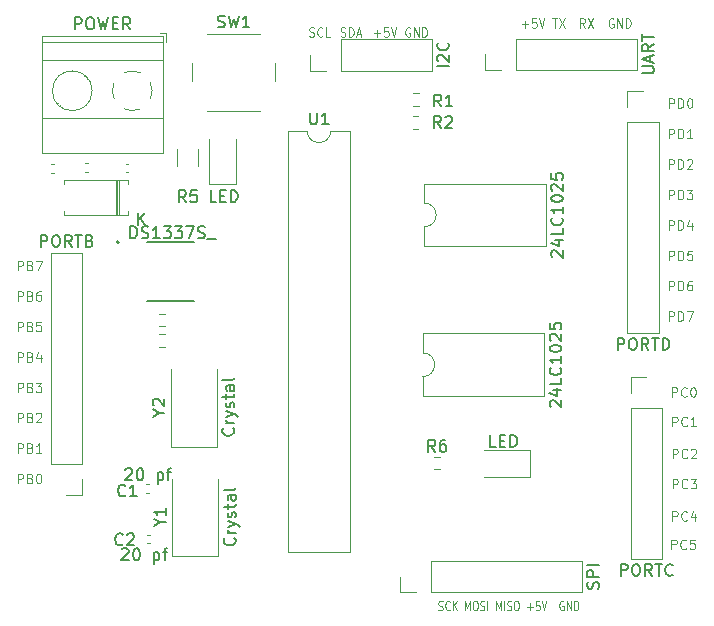
<source format=gbr>
%TF.GenerationSoftware,KiCad,Pcbnew,8.0.7*%
%TF.CreationDate,2025-04-27T20:59:36+03:00*%
%TF.ProjectId,data_logger_atmega_eeprom,64617461-5f6c-46f6-9767-65725f61746d,rev?*%
%TF.SameCoordinates,Original*%
%TF.FileFunction,Legend,Top*%
%TF.FilePolarity,Positive*%
%FSLAX46Y46*%
G04 Gerber Fmt 4.6, Leading zero omitted, Abs format (unit mm)*
G04 Created by KiCad (PCBNEW 8.0.7) date 2025-04-27 20:59:36*
%MOMM*%
%LPD*%
G01*
G04 APERTURE LIST*
%ADD10C,0.100000*%
%ADD11C,0.150000*%
%ADD12C,0.120000*%
%ADD13C,0.127000*%
%ADD14C,0.200000*%
G04 APERTURE END LIST*
D10*
X181546265Y-92816895D02*
X181546265Y-92016895D01*
X181546265Y-92016895D02*
X181851027Y-92016895D01*
X181851027Y-92016895D02*
X181927217Y-92054990D01*
X181927217Y-92054990D02*
X181965312Y-92093085D01*
X181965312Y-92093085D02*
X182003408Y-92169276D01*
X182003408Y-92169276D02*
X182003408Y-92283561D01*
X182003408Y-92283561D02*
X181965312Y-92359752D01*
X181965312Y-92359752D02*
X181927217Y-92397847D01*
X181927217Y-92397847D02*
X181851027Y-92435942D01*
X181851027Y-92435942D02*
X181546265Y-92435942D01*
X182803408Y-92740704D02*
X182765312Y-92778800D01*
X182765312Y-92778800D02*
X182651027Y-92816895D01*
X182651027Y-92816895D02*
X182574836Y-92816895D01*
X182574836Y-92816895D02*
X182460550Y-92778800D01*
X182460550Y-92778800D02*
X182384360Y-92702609D01*
X182384360Y-92702609D02*
X182346265Y-92626419D01*
X182346265Y-92626419D02*
X182308169Y-92474038D01*
X182308169Y-92474038D02*
X182308169Y-92359752D01*
X182308169Y-92359752D02*
X182346265Y-92207371D01*
X182346265Y-92207371D02*
X182384360Y-92131180D01*
X182384360Y-92131180D02*
X182460550Y-92054990D01*
X182460550Y-92054990D02*
X182574836Y-92016895D01*
X182574836Y-92016895D02*
X182651027Y-92016895D01*
X182651027Y-92016895D02*
X182765312Y-92054990D01*
X182765312Y-92054990D02*
X182803408Y-92093085D01*
X183527217Y-92016895D02*
X183146265Y-92016895D01*
X183146265Y-92016895D02*
X183108169Y-92397847D01*
X183108169Y-92397847D02*
X183146265Y-92359752D01*
X183146265Y-92359752D02*
X183222455Y-92321657D01*
X183222455Y-92321657D02*
X183412931Y-92321657D01*
X183412931Y-92321657D02*
X183489122Y-92359752D01*
X183489122Y-92359752D02*
X183527217Y-92397847D01*
X183527217Y-92397847D02*
X183565312Y-92474038D01*
X183565312Y-92474038D02*
X183565312Y-92664514D01*
X183565312Y-92664514D02*
X183527217Y-92740704D01*
X183527217Y-92740704D02*
X183489122Y-92778800D01*
X183489122Y-92778800D02*
X183412931Y-92816895D01*
X183412931Y-92816895D02*
X183222455Y-92816895D01*
X183222455Y-92816895D02*
X183146265Y-92778800D01*
X183146265Y-92778800D02*
X183108169Y-92740704D01*
X181606265Y-90416895D02*
X181606265Y-89616895D01*
X181606265Y-89616895D02*
X181911027Y-89616895D01*
X181911027Y-89616895D02*
X181987217Y-89654990D01*
X181987217Y-89654990D02*
X182025312Y-89693085D01*
X182025312Y-89693085D02*
X182063408Y-89769276D01*
X182063408Y-89769276D02*
X182063408Y-89883561D01*
X182063408Y-89883561D02*
X182025312Y-89959752D01*
X182025312Y-89959752D02*
X181987217Y-89997847D01*
X181987217Y-89997847D02*
X181911027Y-90035942D01*
X181911027Y-90035942D02*
X181606265Y-90035942D01*
X182863408Y-90340704D02*
X182825312Y-90378800D01*
X182825312Y-90378800D02*
X182711027Y-90416895D01*
X182711027Y-90416895D02*
X182634836Y-90416895D01*
X182634836Y-90416895D02*
X182520550Y-90378800D01*
X182520550Y-90378800D02*
X182444360Y-90302609D01*
X182444360Y-90302609D02*
X182406265Y-90226419D01*
X182406265Y-90226419D02*
X182368169Y-90074038D01*
X182368169Y-90074038D02*
X182368169Y-89959752D01*
X182368169Y-89959752D02*
X182406265Y-89807371D01*
X182406265Y-89807371D02*
X182444360Y-89731180D01*
X182444360Y-89731180D02*
X182520550Y-89654990D01*
X182520550Y-89654990D02*
X182634836Y-89616895D01*
X182634836Y-89616895D02*
X182711027Y-89616895D01*
X182711027Y-89616895D02*
X182825312Y-89654990D01*
X182825312Y-89654990D02*
X182863408Y-89693085D01*
X183549122Y-89883561D02*
X183549122Y-90416895D01*
X183358646Y-89578800D02*
X183168169Y-90150228D01*
X183168169Y-90150228D02*
X183663408Y-90150228D01*
X181636265Y-87696895D02*
X181636265Y-86896895D01*
X181636265Y-86896895D02*
X181941027Y-86896895D01*
X181941027Y-86896895D02*
X182017217Y-86934990D01*
X182017217Y-86934990D02*
X182055312Y-86973085D01*
X182055312Y-86973085D02*
X182093408Y-87049276D01*
X182093408Y-87049276D02*
X182093408Y-87163561D01*
X182093408Y-87163561D02*
X182055312Y-87239752D01*
X182055312Y-87239752D02*
X182017217Y-87277847D01*
X182017217Y-87277847D02*
X181941027Y-87315942D01*
X181941027Y-87315942D02*
X181636265Y-87315942D01*
X182893408Y-87620704D02*
X182855312Y-87658800D01*
X182855312Y-87658800D02*
X182741027Y-87696895D01*
X182741027Y-87696895D02*
X182664836Y-87696895D01*
X182664836Y-87696895D02*
X182550550Y-87658800D01*
X182550550Y-87658800D02*
X182474360Y-87582609D01*
X182474360Y-87582609D02*
X182436265Y-87506419D01*
X182436265Y-87506419D02*
X182398169Y-87354038D01*
X182398169Y-87354038D02*
X182398169Y-87239752D01*
X182398169Y-87239752D02*
X182436265Y-87087371D01*
X182436265Y-87087371D02*
X182474360Y-87011180D01*
X182474360Y-87011180D02*
X182550550Y-86934990D01*
X182550550Y-86934990D02*
X182664836Y-86896895D01*
X182664836Y-86896895D02*
X182741027Y-86896895D01*
X182741027Y-86896895D02*
X182855312Y-86934990D01*
X182855312Y-86934990D02*
X182893408Y-86973085D01*
X183160074Y-86896895D02*
X183655312Y-86896895D01*
X183655312Y-86896895D02*
X183388646Y-87201657D01*
X183388646Y-87201657D02*
X183502931Y-87201657D01*
X183502931Y-87201657D02*
X183579122Y-87239752D01*
X183579122Y-87239752D02*
X183617217Y-87277847D01*
X183617217Y-87277847D02*
X183655312Y-87354038D01*
X183655312Y-87354038D02*
X183655312Y-87544514D01*
X183655312Y-87544514D02*
X183617217Y-87620704D01*
X183617217Y-87620704D02*
X183579122Y-87658800D01*
X183579122Y-87658800D02*
X183502931Y-87696895D01*
X183502931Y-87696895D02*
X183274360Y-87696895D01*
X183274360Y-87696895D02*
X183198169Y-87658800D01*
X183198169Y-87658800D02*
X183160074Y-87620704D01*
X181636265Y-85146895D02*
X181636265Y-84346895D01*
X181636265Y-84346895D02*
X181941027Y-84346895D01*
X181941027Y-84346895D02*
X182017217Y-84384990D01*
X182017217Y-84384990D02*
X182055312Y-84423085D01*
X182055312Y-84423085D02*
X182093408Y-84499276D01*
X182093408Y-84499276D02*
X182093408Y-84613561D01*
X182093408Y-84613561D02*
X182055312Y-84689752D01*
X182055312Y-84689752D02*
X182017217Y-84727847D01*
X182017217Y-84727847D02*
X181941027Y-84765942D01*
X181941027Y-84765942D02*
X181636265Y-84765942D01*
X182893408Y-85070704D02*
X182855312Y-85108800D01*
X182855312Y-85108800D02*
X182741027Y-85146895D01*
X182741027Y-85146895D02*
X182664836Y-85146895D01*
X182664836Y-85146895D02*
X182550550Y-85108800D01*
X182550550Y-85108800D02*
X182474360Y-85032609D01*
X182474360Y-85032609D02*
X182436265Y-84956419D01*
X182436265Y-84956419D02*
X182398169Y-84804038D01*
X182398169Y-84804038D02*
X182398169Y-84689752D01*
X182398169Y-84689752D02*
X182436265Y-84537371D01*
X182436265Y-84537371D02*
X182474360Y-84461180D01*
X182474360Y-84461180D02*
X182550550Y-84384990D01*
X182550550Y-84384990D02*
X182664836Y-84346895D01*
X182664836Y-84346895D02*
X182741027Y-84346895D01*
X182741027Y-84346895D02*
X182855312Y-84384990D01*
X182855312Y-84384990D02*
X182893408Y-84423085D01*
X183198169Y-84423085D02*
X183236265Y-84384990D01*
X183236265Y-84384990D02*
X183312455Y-84346895D01*
X183312455Y-84346895D02*
X183502931Y-84346895D01*
X183502931Y-84346895D02*
X183579122Y-84384990D01*
X183579122Y-84384990D02*
X183617217Y-84423085D01*
X183617217Y-84423085D02*
X183655312Y-84499276D01*
X183655312Y-84499276D02*
X183655312Y-84575466D01*
X183655312Y-84575466D02*
X183617217Y-84689752D01*
X183617217Y-84689752D02*
X183160074Y-85146895D01*
X183160074Y-85146895D02*
X183655312Y-85146895D01*
X181606265Y-82426895D02*
X181606265Y-81626895D01*
X181606265Y-81626895D02*
X181911027Y-81626895D01*
X181911027Y-81626895D02*
X181987217Y-81664990D01*
X181987217Y-81664990D02*
X182025312Y-81703085D01*
X182025312Y-81703085D02*
X182063408Y-81779276D01*
X182063408Y-81779276D02*
X182063408Y-81893561D01*
X182063408Y-81893561D02*
X182025312Y-81969752D01*
X182025312Y-81969752D02*
X181987217Y-82007847D01*
X181987217Y-82007847D02*
X181911027Y-82045942D01*
X181911027Y-82045942D02*
X181606265Y-82045942D01*
X182863408Y-82350704D02*
X182825312Y-82388800D01*
X182825312Y-82388800D02*
X182711027Y-82426895D01*
X182711027Y-82426895D02*
X182634836Y-82426895D01*
X182634836Y-82426895D02*
X182520550Y-82388800D01*
X182520550Y-82388800D02*
X182444360Y-82312609D01*
X182444360Y-82312609D02*
X182406265Y-82236419D01*
X182406265Y-82236419D02*
X182368169Y-82084038D01*
X182368169Y-82084038D02*
X182368169Y-81969752D01*
X182368169Y-81969752D02*
X182406265Y-81817371D01*
X182406265Y-81817371D02*
X182444360Y-81741180D01*
X182444360Y-81741180D02*
X182520550Y-81664990D01*
X182520550Y-81664990D02*
X182634836Y-81626895D01*
X182634836Y-81626895D02*
X182711027Y-81626895D01*
X182711027Y-81626895D02*
X182825312Y-81664990D01*
X182825312Y-81664990D02*
X182863408Y-81703085D01*
X183625312Y-82426895D02*
X183168169Y-82426895D01*
X183396741Y-82426895D02*
X183396741Y-81626895D01*
X183396741Y-81626895D02*
X183320550Y-81741180D01*
X183320550Y-81741180D02*
X183244360Y-81817371D01*
X183244360Y-81817371D02*
X183168169Y-81855466D01*
X181586265Y-79936895D02*
X181586265Y-79136895D01*
X181586265Y-79136895D02*
X181891027Y-79136895D01*
X181891027Y-79136895D02*
X181967217Y-79174990D01*
X181967217Y-79174990D02*
X182005312Y-79213085D01*
X182005312Y-79213085D02*
X182043408Y-79289276D01*
X182043408Y-79289276D02*
X182043408Y-79403561D01*
X182043408Y-79403561D02*
X182005312Y-79479752D01*
X182005312Y-79479752D02*
X181967217Y-79517847D01*
X181967217Y-79517847D02*
X181891027Y-79555942D01*
X181891027Y-79555942D02*
X181586265Y-79555942D01*
X182843408Y-79860704D02*
X182805312Y-79898800D01*
X182805312Y-79898800D02*
X182691027Y-79936895D01*
X182691027Y-79936895D02*
X182614836Y-79936895D01*
X182614836Y-79936895D02*
X182500550Y-79898800D01*
X182500550Y-79898800D02*
X182424360Y-79822609D01*
X182424360Y-79822609D02*
X182386265Y-79746419D01*
X182386265Y-79746419D02*
X182348169Y-79594038D01*
X182348169Y-79594038D02*
X182348169Y-79479752D01*
X182348169Y-79479752D02*
X182386265Y-79327371D01*
X182386265Y-79327371D02*
X182424360Y-79251180D01*
X182424360Y-79251180D02*
X182500550Y-79174990D01*
X182500550Y-79174990D02*
X182614836Y-79136895D01*
X182614836Y-79136895D02*
X182691027Y-79136895D01*
X182691027Y-79136895D02*
X182805312Y-79174990D01*
X182805312Y-79174990D02*
X182843408Y-79213085D01*
X183338646Y-79136895D02*
X183414836Y-79136895D01*
X183414836Y-79136895D02*
X183491027Y-79174990D01*
X183491027Y-79174990D02*
X183529122Y-79213085D01*
X183529122Y-79213085D02*
X183567217Y-79289276D01*
X183567217Y-79289276D02*
X183605312Y-79441657D01*
X183605312Y-79441657D02*
X183605312Y-79632133D01*
X183605312Y-79632133D02*
X183567217Y-79784514D01*
X183567217Y-79784514D02*
X183529122Y-79860704D01*
X183529122Y-79860704D02*
X183491027Y-79898800D01*
X183491027Y-79898800D02*
X183414836Y-79936895D01*
X183414836Y-79936895D02*
X183338646Y-79936895D01*
X183338646Y-79936895D02*
X183262455Y-79898800D01*
X183262455Y-79898800D02*
X183224360Y-79860704D01*
X183224360Y-79860704D02*
X183186265Y-79784514D01*
X183186265Y-79784514D02*
X183148169Y-79632133D01*
X183148169Y-79632133D02*
X183148169Y-79441657D01*
X183148169Y-79441657D02*
X183186265Y-79289276D01*
X183186265Y-79289276D02*
X183224360Y-79213085D01*
X183224360Y-79213085D02*
X183262455Y-79174990D01*
X183262455Y-79174990D02*
X183338646Y-79136895D01*
X181306265Y-55475525D02*
X181306265Y-54675525D01*
X181306265Y-54675525D02*
X181611027Y-54675525D01*
X181611027Y-54675525D02*
X181687217Y-54713620D01*
X181687217Y-54713620D02*
X181725312Y-54751715D01*
X181725312Y-54751715D02*
X181763408Y-54827906D01*
X181763408Y-54827906D02*
X181763408Y-54942191D01*
X181763408Y-54942191D02*
X181725312Y-55018382D01*
X181725312Y-55018382D02*
X181687217Y-55056477D01*
X181687217Y-55056477D02*
X181611027Y-55094572D01*
X181611027Y-55094572D02*
X181306265Y-55094572D01*
X182106265Y-55475525D02*
X182106265Y-54675525D01*
X182106265Y-54675525D02*
X182296741Y-54675525D01*
X182296741Y-54675525D02*
X182411027Y-54713620D01*
X182411027Y-54713620D02*
X182487217Y-54789810D01*
X182487217Y-54789810D02*
X182525312Y-54866001D01*
X182525312Y-54866001D02*
X182563408Y-55018382D01*
X182563408Y-55018382D02*
X182563408Y-55132668D01*
X182563408Y-55132668D02*
X182525312Y-55285049D01*
X182525312Y-55285049D02*
X182487217Y-55361239D01*
X182487217Y-55361239D02*
X182411027Y-55437430D01*
X182411027Y-55437430D02*
X182296741Y-55475525D01*
X182296741Y-55475525D02*
X182106265Y-55475525D01*
X183058646Y-54675525D02*
X183134836Y-54675525D01*
X183134836Y-54675525D02*
X183211027Y-54713620D01*
X183211027Y-54713620D02*
X183249122Y-54751715D01*
X183249122Y-54751715D02*
X183287217Y-54827906D01*
X183287217Y-54827906D02*
X183325312Y-54980287D01*
X183325312Y-54980287D02*
X183325312Y-55170763D01*
X183325312Y-55170763D02*
X183287217Y-55323144D01*
X183287217Y-55323144D02*
X183249122Y-55399334D01*
X183249122Y-55399334D02*
X183211027Y-55437430D01*
X183211027Y-55437430D02*
X183134836Y-55475525D01*
X183134836Y-55475525D02*
X183058646Y-55475525D01*
X183058646Y-55475525D02*
X182982455Y-55437430D01*
X182982455Y-55437430D02*
X182944360Y-55399334D01*
X182944360Y-55399334D02*
X182906265Y-55323144D01*
X182906265Y-55323144D02*
X182868169Y-55170763D01*
X182868169Y-55170763D02*
X182868169Y-54980287D01*
X182868169Y-54980287D02*
X182906265Y-54827906D01*
X182906265Y-54827906D02*
X182944360Y-54751715D01*
X182944360Y-54751715D02*
X182982455Y-54713620D01*
X182982455Y-54713620D02*
X183058646Y-54675525D01*
X181306265Y-58051435D02*
X181306265Y-57251435D01*
X181306265Y-57251435D02*
X181611027Y-57251435D01*
X181611027Y-57251435D02*
X181687217Y-57289530D01*
X181687217Y-57289530D02*
X181725312Y-57327625D01*
X181725312Y-57327625D02*
X181763408Y-57403816D01*
X181763408Y-57403816D02*
X181763408Y-57518101D01*
X181763408Y-57518101D02*
X181725312Y-57594292D01*
X181725312Y-57594292D02*
X181687217Y-57632387D01*
X181687217Y-57632387D02*
X181611027Y-57670482D01*
X181611027Y-57670482D02*
X181306265Y-57670482D01*
X182106265Y-58051435D02*
X182106265Y-57251435D01*
X182106265Y-57251435D02*
X182296741Y-57251435D01*
X182296741Y-57251435D02*
X182411027Y-57289530D01*
X182411027Y-57289530D02*
X182487217Y-57365720D01*
X182487217Y-57365720D02*
X182525312Y-57441911D01*
X182525312Y-57441911D02*
X182563408Y-57594292D01*
X182563408Y-57594292D02*
X182563408Y-57708578D01*
X182563408Y-57708578D02*
X182525312Y-57860959D01*
X182525312Y-57860959D02*
X182487217Y-57937149D01*
X182487217Y-57937149D02*
X182411027Y-58013340D01*
X182411027Y-58013340D02*
X182296741Y-58051435D01*
X182296741Y-58051435D02*
X182106265Y-58051435D01*
X183325312Y-58051435D02*
X182868169Y-58051435D01*
X183096741Y-58051435D02*
X183096741Y-57251435D01*
X183096741Y-57251435D02*
X183020550Y-57365720D01*
X183020550Y-57365720D02*
X182944360Y-57441911D01*
X182944360Y-57441911D02*
X182868169Y-57480006D01*
X181306265Y-60627345D02*
X181306265Y-59827345D01*
X181306265Y-59827345D02*
X181611027Y-59827345D01*
X181611027Y-59827345D02*
X181687217Y-59865440D01*
X181687217Y-59865440D02*
X181725312Y-59903535D01*
X181725312Y-59903535D02*
X181763408Y-59979726D01*
X181763408Y-59979726D02*
X181763408Y-60094011D01*
X181763408Y-60094011D02*
X181725312Y-60170202D01*
X181725312Y-60170202D02*
X181687217Y-60208297D01*
X181687217Y-60208297D02*
X181611027Y-60246392D01*
X181611027Y-60246392D02*
X181306265Y-60246392D01*
X182106265Y-60627345D02*
X182106265Y-59827345D01*
X182106265Y-59827345D02*
X182296741Y-59827345D01*
X182296741Y-59827345D02*
X182411027Y-59865440D01*
X182411027Y-59865440D02*
X182487217Y-59941630D01*
X182487217Y-59941630D02*
X182525312Y-60017821D01*
X182525312Y-60017821D02*
X182563408Y-60170202D01*
X182563408Y-60170202D02*
X182563408Y-60284488D01*
X182563408Y-60284488D02*
X182525312Y-60436869D01*
X182525312Y-60436869D02*
X182487217Y-60513059D01*
X182487217Y-60513059D02*
X182411027Y-60589250D01*
X182411027Y-60589250D02*
X182296741Y-60627345D01*
X182296741Y-60627345D02*
X182106265Y-60627345D01*
X182868169Y-59903535D02*
X182906265Y-59865440D01*
X182906265Y-59865440D02*
X182982455Y-59827345D01*
X182982455Y-59827345D02*
X183172931Y-59827345D01*
X183172931Y-59827345D02*
X183249122Y-59865440D01*
X183249122Y-59865440D02*
X183287217Y-59903535D01*
X183287217Y-59903535D02*
X183325312Y-59979726D01*
X183325312Y-59979726D02*
X183325312Y-60055916D01*
X183325312Y-60055916D02*
X183287217Y-60170202D01*
X183287217Y-60170202D02*
X182830074Y-60627345D01*
X182830074Y-60627345D02*
X183325312Y-60627345D01*
X181306265Y-63203255D02*
X181306265Y-62403255D01*
X181306265Y-62403255D02*
X181611027Y-62403255D01*
X181611027Y-62403255D02*
X181687217Y-62441350D01*
X181687217Y-62441350D02*
X181725312Y-62479445D01*
X181725312Y-62479445D02*
X181763408Y-62555636D01*
X181763408Y-62555636D02*
X181763408Y-62669921D01*
X181763408Y-62669921D02*
X181725312Y-62746112D01*
X181725312Y-62746112D02*
X181687217Y-62784207D01*
X181687217Y-62784207D02*
X181611027Y-62822302D01*
X181611027Y-62822302D02*
X181306265Y-62822302D01*
X182106265Y-63203255D02*
X182106265Y-62403255D01*
X182106265Y-62403255D02*
X182296741Y-62403255D01*
X182296741Y-62403255D02*
X182411027Y-62441350D01*
X182411027Y-62441350D02*
X182487217Y-62517540D01*
X182487217Y-62517540D02*
X182525312Y-62593731D01*
X182525312Y-62593731D02*
X182563408Y-62746112D01*
X182563408Y-62746112D02*
X182563408Y-62860398D01*
X182563408Y-62860398D02*
X182525312Y-63012779D01*
X182525312Y-63012779D02*
X182487217Y-63088969D01*
X182487217Y-63088969D02*
X182411027Y-63165160D01*
X182411027Y-63165160D02*
X182296741Y-63203255D01*
X182296741Y-63203255D02*
X182106265Y-63203255D01*
X182830074Y-62403255D02*
X183325312Y-62403255D01*
X183325312Y-62403255D02*
X183058646Y-62708017D01*
X183058646Y-62708017D02*
X183172931Y-62708017D01*
X183172931Y-62708017D02*
X183249122Y-62746112D01*
X183249122Y-62746112D02*
X183287217Y-62784207D01*
X183287217Y-62784207D02*
X183325312Y-62860398D01*
X183325312Y-62860398D02*
X183325312Y-63050874D01*
X183325312Y-63050874D02*
X183287217Y-63127064D01*
X183287217Y-63127064D02*
X183249122Y-63165160D01*
X183249122Y-63165160D02*
X183172931Y-63203255D01*
X183172931Y-63203255D02*
X182944360Y-63203255D01*
X182944360Y-63203255D02*
X182868169Y-63165160D01*
X182868169Y-63165160D02*
X182830074Y-63127064D01*
X181306265Y-65779165D02*
X181306265Y-64979165D01*
X181306265Y-64979165D02*
X181611027Y-64979165D01*
X181611027Y-64979165D02*
X181687217Y-65017260D01*
X181687217Y-65017260D02*
X181725312Y-65055355D01*
X181725312Y-65055355D02*
X181763408Y-65131546D01*
X181763408Y-65131546D02*
X181763408Y-65245831D01*
X181763408Y-65245831D02*
X181725312Y-65322022D01*
X181725312Y-65322022D02*
X181687217Y-65360117D01*
X181687217Y-65360117D02*
X181611027Y-65398212D01*
X181611027Y-65398212D02*
X181306265Y-65398212D01*
X182106265Y-65779165D02*
X182106265Y-64979165D01*
X182106265Y-64979165D02*
X182296741Y-64979165D01*
X182296741Y-64979165D02*
X182411027Y-65017260D01*
X182411027Y-65017260D02*
X182487217Y-65093450D01*
X182487217Y-65093450D02*
X182525312Y-65169641D01*
X182525312Y-65169641D02*
X182563408Y-65322022D01*
X182563408Y-65322022D02*
X182563408Y-65436308D01*
X182563408Y-65436308D02*
X182525312Y-65588689D01*
X182525312Y-65588689D02*
X182487217Y-65664879D01*
X182487217Y-65664879D02*
X182411027Y-65741070D01*
X182411027Y-65741070D02*
X182296741Y-65779165D01*
X182296741Y-65779165D02*
X182106265Y-65779165D01*
X183249122Y-65245831D02*
X183249122Y-65779165D01*
X183058646Y-64941070D02*
X182868169Y-65512498D01*
X182868169Y-65512498D02*
X183363408Y-65512498D01*
X181306265Y-68355075D02*
X181306265Y-67555075D01*
X181306265Y-67555075D02*
X181611027Y-67555075D01*
X181611027Y-67555075D02*
X181687217Y-67593170D01*
X181687217Y-67593170D02*
X181725312Y-67631265D01*
X181725312Y-67631265D02*
X181763408Y-67707456D01*
X181763408Y-67707456D02*
X181763408Y-67821741D01*
X181763408Y-67821741D02*
X181725312Y-67897932D01*
X181725312Y-67897932D02*
X181687217Y-67936027D01*
X181687217Y-67936027D02*
X181611027Y-67974122D01*
X181611027Y-67974122D02*
X181306265Y-67974122D01*
X182106265Y-68355075D02*
X182106265Y-67555075D01*
X182106265Y-67555075D02*
X182296741Y-67555075D01*
X182296741Y-67555075D02*
X182411027Y-67593170D01*
X182411027Y-67593170D02*
X182487217Y-67669360D01*
X182487217Y-67669360D02*
X182525312Y-67745551D01*
X182525312Y-67745551D02*
X182563408Y-67897932D01*
X182563408Y-67897932D02*
X182563408Y-68012218D01*
X182563408Y-68012218D02*
X182525312Y-68164599D01*
X182525312Y-68164599D02*
X182487217Y-68240789D01*
X182487217Y-68240789D02*
X182411027Y-68316980D01*
X182411027Y-68316980D02*
X182296741Y-68355075D01*
X182296741Y-68355075D02*
X182106265Y-68355075D01*
X183287217Y-67555075D02*
X182906265Y-67555075D01*
X182906265Y-67555075D02*
X182868169Y-67936027D01*
X182868169Y-67936027D02*
X182906265Y-67897932D01*
X182906265Y-67897932D02*
X182982455Y-67859837D01*
X182982455Y-67859837D02*
X183172931Y-67859837D01*
X183172931Y-67859837D02*
X183249122Y-67897932D01*
X183249122Y-67897932D02*
X183287217Y-67936027D01*
X183287217Y-67936027D02*
X183325312Y-68012218D01*
X183325312Y-68012218D02*
X183325312Y-68202694D01*
X183325312Y-68202694D02*
X183287217Y-68278884D01*
X183287217Y-68278884D02*
X183249122Y-68316980D01*
X183249122Y-68316980D02*
X183172931Y-68355075D01*
X183172931Y-68355075D02*
X182982455Y-68355075D01*
X182982455Y-68355075D02*
X182906265Y-68316980D01*
X182906265Y-68316980D02*
X182868169Y-68278884D01*
X181306265Y-70930985D02*
X181306265Y-70130985D01*
X181306265Y-70130985D02*
X181611027Y-70130985D01*
X181611027Y-70130985D02*
X181687217Y-70169080D01*
X181687217Y-70169080D02*
X181725312Y-70207175D01*
X181725312Y-70207175D02*
X181763408Y-70283366D01*
X181763408Y-70283366D02*
X181763408Y-70397651D01*
X181763408Y-70397651D02*
X181725312Y-70473842D01*
X181725312Y-70473842D02*
X181687217Y-70511937D01*
X181687217Y-70511937D02*
X181611027Y-70550032D01*
X181611027Y-70550032D02*
X181306265Y-70550032D01*
X182106265Y-70930985D02*
X182106265Y-70130985D01*
X182106265Y-70130985D02*
X182296741Y-70130985D01*
X182296741Y-70130985D02*
X182411027Y-70169080D01*
X182411027Y-70169080D02*
X182487217Y-70245270D01*
X182487217Y-70245270D02*
X182525312Y-70321461D01*
X182525312Y-70321461D02*
X182563408Y-70473842D01*
X182563408Y-70473842D02*
X182563408Y-70588128D01*
X182563408Y-70588128D02*
X182525312Y-70740509D01*
X182525312Y-70740509D02*
X182487217Y-70816699D01*
X182487217Y-70816699D02*
X182411027Y-70892890D01*
X182411027Y-70892890D02*
X182296741Y-70930985D01*
X182296741Y-70930985D02*
X182106265Y-70930985D01*
X183249122Y-70130985D02*
X183096741Y-70130985D01*
X183096741Y-70130985D02*
X183020550Y-70169080D01*
X183020550Y-70169080D02*
X182982455Y-70207175D01*
X182982455Y-70207175D02*
X182906265Y-70321461D01*
X182906265Y-70321461D02*
X182868169Y-70473842D01*
X182868169Y-70473842D02*
X182868169Y-70778604D01*
X182868169Y-70778604D02*
X182906265Y-70854794D01*
X182906265Y-70854794D02*
X182944360Y-70892890D01*
X182944360Y-70892890D02*
X183020550Y-70930985D01*
X183020550Y-70930985D02*
X183172931Y-70930985D01*
X183172931Y-70930985D02*
X183249122Y-70892890D01*
X183249122Y-70892890D02*
X183287217Y-70854794D01*
X183287217Y-70854794D02*
X183325312Y-70778604D01*
X183325312Y-70778604D02*
X183325312Y-70588128D01*
X183325312Y-70588128D02*
X183287217Y-70511937D01*
X183287217Y-70511937D02*
X183249122Y-70473842D01*
X183249122Y-70473842D02*
X183172931Y-70435747D01*
X183172931Y-70435747D02*
X183020550Y-70435747D01*
X183020550Y-70435747D02*
X182944360Y-70473842D01*
X182944360Y-70473842D02*
X182906265Y-70511937D01*
X182906265Y-70511937D02*
X182868169Y-70588128D01*
X181306265Y-73506895D02*
X181306265Y-72706895D01*
X181306265Y-72706895D02*
X181611027Y-72706895D01*
X181611027Y-72706895D02*
X181687217Y-72744990D01*
X181687217Y-72744990D02*
X181725312Y-72783085D01*
X181725312Y-72783085D02*
X181763408Y-72859276D01*
X181763408Y-72859276D02*
X181763408Y-72973561D01*
X181763408Y-72973561D02*
X181725312Y-73049752D01*
X181725312Y-73049752D02*
X181687217Y-73087847D01*
X181687217Y-73087847D02*
X181611027Y-73125942D01*
X181611027Y-73125942D02*
X181306265Y-73125942D01*
X182106265Y-73506895D02*
X182106265Y-72706895D01*
X182106265Y-72706895D02*
X182296741Y-72706895D01*
X182296741Y-72706895D02*
X182411027Y-72744990D01*
X182411027Y-72744990D02*
X182487217Y-72821180D01*
X182487217Y-72821180D02*
X182525312Y-72897371D01*
X182525312Y-72897371D02*
X182563408Y-73049752D01*
X182563408Y-73049752D02*
X182563408Y-73164038D01*
X182563408Y-73164038D02*
X182525312Y-73316419D01*
X182525312Y-73316419D02*
X182487217Y-73392609D01*
X182487217Y-73392609D02*
X182411027Y-73468800D01*
X182411027Y-73468800D02*
X182296741Y-73506895D01*
X182296741Y-73506895D02*
X182106265Y-73506895D01*
X182830074Y-72706895D02*
X183363408Y-72706895D01*
X183363408Y-72706895D02*
X183020550Y-73506895D01*
X161820074Y-97988800D02*
X161905789Y-98026895D01*
X161905789Y-98026895D02*
X162048646Y-98026895D01*
X162048646Y-98026895D02*
X162105789Y-97988800D01*
X162105789Y-97988800D02*
X162134360Y-97950704D01*
X162134360Y-97950704D02*
X162162931Y-97874514D01*
X162162931Y-97874514D02*
X162162931Y-97798323D01*
X162162931Y-97798323D02*
X162134360Y-97722133D01*
X162134360Y-97722133D02*
X162105789Y-97684038D01*
X162105789Y-97684038D02*
X162048646Y-97645942D01*
X162048646Y-97645942D02*
X161934360Y-97607847D01*
X161934360Y-97607847D02*
X161877217Y-97569752D01*
X161877217Y-97569752D02*
X161848646Y-97531657D01*
X161848646Y-97531657D02*
X161820074Y-97455466D01*
X161820074Y-97455466D02*
X161820074Y-97379276D01*
X161820074Y-97379276D02*
X161848646Y-97303085D01*
X161848646Y-97303085D02*
X161877217Y-97264990D01*
X161877217Y-97264990D02*
X161934360Y-97226895D01*
X161934360Y-97226895D02*
X162077217Y-97226895D01*
X162077217Y-97226895D02*
X162162931Y-97264990D01*
X162762932Y-97950704D02*
X162734360Y-97988800D01*
X162734360Y-97988800D02*
X162648646Y-98026895D01*
X162648646Y-98026895D02*
X162591503Y-98026895D01*
X162591503Y-98026895D02*
X162505789Y-97988800D01*
X162505789Y-97988800D02*
X162448646Y-97912609D01*
X162448646Y-97912609D02*
X162420075Y-97836419D01*
X162420075Y-97836419D02*
X162391503Y-97684038D01*
X162391503Y-97684038D02*
X162391503Y-97569752D01*
X162391503Y-97569752D02*
X162420075Y-97417371D01*
X162420075Y-97417371D02*
X162448646Y-97341180D01*
X162448646Y-97341180D02*
X162505789Y-97264990D01*
X162505789Y-97264990D02*
X162591503Y-97226895D01*
X162591503Y-97226895D02*
X162648646Y-97226895D01*
X162648646Y-97226895D02*
X162734360Y-97264990D01*
X162734360Y-97264990D02*
X162762932Y-97303085D01*
X163020075Y-98026895D02*
X163020075Y-97226895D01*
X163362932Y-98026895D02*
X163105789Y-97569752D01*
X163362932Y-97226895D02*
X163020075Y-97684038D01*
X164077218Y-98026895D02*
X164077218Y-97226895D01*
X164077218Y-97226895D02*
X164277218Y-97798323D01*
X164277218Y-97798323D02*
X164477218Y-97226895D01*
X164477218Y-97226895D02*
X164477218Y-98026895D01*
X164877217Y-97226895D02*
X164991503Y-97226895D01*
X164991503Y-97226895D02*
X165048646Y-97264990D01*
X165048646Y-97264990D02*
X165105789Y-97341180D01*
X165105789Y-97341180D02*
X165134360Y-97493561D01*
X165134360Y-97493561D02*
X165134360Y-97760228D01*
X165134360Y-97760228D02*
X165105789Y-97912609D01*
X165105789Y-97912609D02*
X165048646Y-97988800D01*
X165048646Y-97988800D02*
X164991503Y-98026895D01*
X164991503Y-98026895D02*
X164877217Y-98026895D01*
X164877217Y-98026895D02*
X164820075Y-97988800D01*
X164820075Y-97988800D02*
X164762932Y-97912609D01*
X164762932Y-97912609D02*
X164734360Y-97760228D01*
X164734360Y-97760228D02*
X164734360Y-97493561D01*
X164734360Y-97493561D02*
X164762932Y-97341180D01*
X164762932Y-97341180D02*
X164820075Y-97264990D01*
X164820075Y-97264990D02*
X164877217Y-97226895D01*
X165362931Y-97988800D02*
X165448646Y-98026895D01*
X165448646Y-98026895D02*
X165591503Y-98026895D01*
X165591503Y-98026895D02*
X165648646Y-97988800D01*
X165648646Y-97988800D02*
X165677217Y-97950704D01*
X165677217Y-97950704D02*
X165705788Y-97874514D01*
X165705788Y-97874514D02*
X165705788Y-97798323D01*
X165705788Y-97798323D02*
X165677217Y-97722133D01*
X165677217Y-97722133D02*
X165648646Y-97684038D01*
X165648646Y-97684038D02*
X165591503Y-97645942D01*
X165591503Y-97645942D02*
X165477217Y-97607847D01*
X165477217Y-97607847D02*
X165420074Y-97569752D01*
X165420074Y-97569752D02*
X165391503Y-97531657D01*
X165391503Y-97531657D02*
X165362931Y-97455466D01*
X165362931Y-97455466D02*
X165362931Y-97379276D01*
X165362931Y-97379276D02*
X165391503Y-97303085D01*
X165391503Y-97303085D02*
X165420074Y-97264990D01*
X165420074Y-97264990D02*
X165477217Y-97226895D01*
X165477217Y-97226895D02*
X165620074Y-97226895D01*
X165620074Y-97226895D02*
X165705788Y-97264990D01*
X165962932Y-98026895D02*
X165962932Y-97226895D01*
X166705789Y-98026895D02*
X166705789Y-97226895D01*
X166705789Y-97226895D02*
X166905789Y-97798323D01*
X166905789Y-97798323D02*
X167105789Y-97226895D01*
X167105789Y-97226895D02*
X167105789Y-98026895D01*
X167391503Y-98026895D02*
X167391503Y-97226895D01*
X167648645Y-97988800D02*
X167734360Y-98026895D01*
X167734360Y-98026895D02*
X167877217Y-98026895D01*
X167877217Y-98026895D02*
X167934360Y-97988800D01*
X167934360Y-97988800D02*
X167962931Y-97950704D01*
X167962931Y-97950704D02*
X167991502Y-97874514D01*
X167991502Y-97874514D02*
X167991502Y-97798323D01*
X167991502Y-97798323D02*
X167962931Y-97722133D01*
X167962931Y-97722133D02*
X167934360Y-97684038D01*
X167934360Y-97684038D02*
X167877217Y-97645942D01*
X167877217Y-97645942D02*
X167762931Y-97607847D01*
X167762931Y-97607847D02*
X167705788Y-97569752D01*
X167705788Y-97569752D02*
X167677217Y-97531657D01*
X167677217Y-97531657D02*
X167648645Y-97455466D01*
X167648645Y-97455466D02*
X167648645Y-97379276D01*
X167648645Y-97379276D02*
X167677217Y-97303085D01*
X167677217Y-97303085D02*
X167705788Y-97264990D01*
X167705788Y-97264990D02*
X167762931Y-97226895D01*
X167762931Y-97226895D02*
X167905788Y-97226895D01*
X167905788Y-97226895D02*
X167991502Y-97264990D01*
X168362931Y-97226895D02*
X168477217Y-97226895D01*
X168477217Y-97226895D02*
X168534360Y-97264990D01*
X168534360Y-97264990D02*
X168591503Y-97341180D01*
X168591503Y-97341180D02*
X168620074Y-97493561D01*
X168620074Y-97493561D02*
X168620074Y-97760228D01*
X168620074Y-97760228D02*
X168591503Y-97912609D01*
X168591503Y-97912609D02*
X168534360Y-97988800D01*
X168534360Y-97988800D02*
X168477217Y-98026895D01*
X168477217Y-98026895D02*
X168362931Y-98026895D01*
X168362931Y-98026895D02*
X168305789Y-97988800D01*
X168305789Y-97988800D02*
X168248646Y-97912609D01*
X168248646Y-97912609D02*
X168220074Y-97760228D01*
X168220074Y-97760228D02*
X168220074Y-97493561D01*
X168220074Y-97493561D02*
X168248646Y-97341180D01*
X168248646Y-97341180D02*
X168305789Y-97264990D01*
X168305789Y-97264990D02*
X168362931Y-97226895D01*
X169334360Y-97722133D02*
X169791503Y-97722133D01*
X169562931Y-98026895D02*
X169562931Y-97417371D01*
X170362931Y-97226895D02*
X170077217Y-97226895D01*
X170077217Y-97226895D02*
X170048645Y-97607847D01*
X170048645Y-97607847D02*
X170077217Y-97569752D01*
X170077217Y-97569752D02*
X170134360Y-97531657D01*
X170134360Y-97531657D02*
X170277217Y-97531657D01*
X170277217Y-97531657D02*
X170334360Y-97569752D01*
X170334360Y-97569752D02*
X170362931Y-97607847D01*
X170362931Y-97607847D02*
X170391502Y-97684038D01*
X170391502Y-97684038D02*
X170391502Y-97874514D01*
X170391502Y-97874514D02*
X170362931Y-97950704D01*
X170362931Y-97950704D02*
X170334360Y-97988800D01*
X170334360Y-97988800D02*
X170277217Y-98026895D01*
X170277217Y-98026895D02*
X170134360Y-98026895D01*
X170134360Y-98026895D02*
X170077217Y-97988800D01*
X170077217Y-97988800D02*
X170048645Y-97950704D01*
X170562931Y-97226895D02*
X170762931Y-98026895D01*
X170762931Y-98026895D02*
X170962931Y-97226895D01*
X172391503Y-97264990D02*
X172334361Y-97226895D01*
X172334361Y-97226895D02*
X172248646Y-97226895D01*
X172248646Y-97226895D02*
X172162932Y-97264990D01*
X172162932Y-97264990D02*
X172105789Y-97341180D01*
X172105789Y-97341180D02*
X172077218Y-97417371D01*
X172077218Y-97417371D02*
X172048646Y-97569752D01*
X172048646Y-97569752D02*
X172048646Y-97684038D01*
X172048646Y-97684038D02*
X172077218Y-97836419D01*
X172077218Y-97836419D02*
X172105789Y-97912609D01*
X172105789Y-97912609D02*
X172162932Y-97988800D01*
X172162932Y-97988800D02*
X172248646Y-98026895D01*
X172248646Y-98026895D02*
X172305789Y-98026895D01*
X172305789Y-98026895D02*
X172391503Y-97988800D01*
X172391503Y-97988800D02*
X172420075Y-97950704D01*
X172420075Y-97950704D02*
X172420075Y-97684038D01*
X172420075Y-97684038D02*
X172305789Y-97684038D01*
X172677218Y-98026895D02*
X172677218Y-97226895D01*
X172677218Y-97226895D02*
X173020075Y-98026895D01*
X173020075Y-98026895D02*
X173020075Y-97226895D01*
X173305789Y-98026895D02*
X173305789Y-97226895D01*
X173305789Y-97226895D02*
X173448646Y-97226895D01*
X173448646Y-97226895D02*
X173534360Y-97264990D01*
X173534360Y-97264990D02*
X173591503Y-97341180D01*
X173591503Y-97341180D02*
X173620074Y-97417371D01*
X173620074Y-97417371D02*
X173648646Y-97569752D01*
X173648646Y-97569752D02*
X173648646Y-97684038D01*
X173648646Y-97684038D02*
X173620074Y-97836419D01*
X173620074Y-97836419D02*
X173591503Y-97912609D01*
X173591503Y-97912609D02*
X173534360Y-97988800D01*
X173534360Y-97988800D02*
X173448646Y-98026895D01*
X173448646Y-98026895D02*
X173305789Y-98026895D01*
X168892455Y-48382133D02*
X169425789Y-48382133D01*
X169159122Y-48686895D02*
X169159122Y-48077371D01*
X170092456Y-47886895D02*
X169759122Y-47886895D01*
X169759122Y-47886895D02*
X169725789Y-48267847D01*
X169725789Y-48267847D02*
X169759122Y-48229752D01*
X169759122Y-48229752D02*
X169825789Y-48191657D01*
X169825789Y-48191657D02*
X169992456Y-48191657D01*
X169992456Y-48191657D02*
X170059122Y-48229752D01*
X170059122Y-48229752D02*
X170092456Y-48267847D01*
X170092456Y-48267847D02*
X170125789Y-48344038D01*
X170125789Y-48344038D02*
X170125789Y-48534514D01*
X170125789Y-48534514D02*
X170092456Y-48610704D01*
X170092456Y-48610704D02*
X170059122Y-48648800D01*
X170059122Y-48648800D02*
X169992456Y-48686895D01*
X169992456Y-48686895D02*
X169825789Y-48686895D01*
X169825789Y-48686895D02*
X169759122Y-48648800D01*
X169759122Y-48648800D02*
X169725789Y-48610704D01*
X170325789Y-47886895D02*
X170559123Y-48686895D01*
X170559123Y-48686895D02*
X170792456Y-47886895D01*
X171459122Y-47886895D02*
X171859122Y-47886895D01*
X171659122Y-48686895D02*
X171659122Y-47886895D01*
X172025789Y-47886895D02*
X172492455Y-48686895D01*
X172492455Y-47886895D02*
X172025789Y-48686895D01*
X174225788Y-48686895D02*
X173992455Y-48305942D01*
X173825788Y-48686895D02*
X173825788Y-47886895D01*
X173825788Y-47886895D02*
X174092455Y-47886895D01*
X174092455Y-47886895D02*
X174159122Y-47924990D01*
X174159122Y-47924990D02*
X174192455Y-47963085D01*
X174192455Y-47963085D02*
X174225788Y-48039276D01*
X174225788Y-48039276D02*
X174225788Y-48153561D01*
X174225788Y-48153561D02*
X174192455Y-48229752D01*
X174192455Y-48229752D02*
X174159122Y-48267847D01*
X174159122Y-48267847D02*
X174092455Y-48305942D01*
X174092455Y-48305942D02*
X173825788Y-48305942D01*
X174459122Y-47886895D02*
X174925788Y-48686895D01*
X174925788Y-47886895D02*
X174459122Y-48686895D01*
X176625788Y-47924990D02*
X176559121Y-47886895D01*
X176559121Y-47886895D02*
X176459121Y-47886895D01*
X176459121Y-47886895D02*
X176359121Y-47924990D01*
X176359121Y-47924990D02*
X176292455Y-48001180D01*
X176292455Y-48001180D02*
X176259121Y-48077371D01*
X176259121Y-48077371D02*
X176225788Y-48229752D01*
X176225788Y-48229752D02*
X176225788Y-48344038D01*
X176225788Y-48344038D02*
X176259121Y-48496419D01*
X176259121Y-48496419D02*
X176292455Y-48572609D01*
X176292455Y-48572609D02*
X176359121Y-48648800D01*
X176359121Y-48648800D02*
X176459121Y-48686895D01*
X176459121Y-48686895D02*
X176525788Y-48686895D01*
X176525788Y-48686895D02*
X176625788Y-48648800D01*
X176625788Y-48648800D02*
X176659121Y-48610704D01*
X176659121Y-48610704D02*
X176659121Y-48344038D01*
X176659121Y-48344038D02*
X176525788Y-48344038D01*
X176959121Y-48686895D02*
X176959121Y-47886895D01*
X176959121Y-47886895D02*
X177359121Y-48686895D01*
X177359121Y-48686895D02*
X177359121Y-47886895D01*
X177692454Y-48686895D02*
X177692454Y-47886895D01*
X177692454Y-47886895D02*
X177859121Y-47886895D01*
X177859121Y-47886895D02*
X177959121Y-47924990D01*
X177959121Y-47924990D02*
X178025788Y-48001180D01*
X178025788Y-48001180D02*
X178059121Y-48077371D01*
X178059121Y-48077371D02*
X178092454Y-48229752D01*
X178092454Y-48229752D02*
X178092454Y-48344038D01*
X178092454Y-48344038D02*
X178059121Y-48496419D01*
X178059121Y-48496419D02*
X178025788Y-48572609D01*
X178025788Y-48572609D02*
X177959121Y-48648800D01*
X177959121Y-48648800D02*
X177859121Y-48686895D01*
X177859121Y-48686895D02*
X177692454Y-48686895D01*
X150899122Y-49418800D02*
X150999122Y-49456895D01*
X150999122Y-49456895D02*
X151165789Y-49456895D01*
X151165789Y-49456895D02*
X151232455Y-49418800D01*
X151232455Y-49418800D02*
X151265789Y-49380704D01*
X151265789Y-49380704D02*
X151299122Y-49304514D01*
X151299122Y-49304514D02*
X151299122Y-49228323D01*
X151299122Y-49228323D02*
X151265789Y-49152133D01*
X151265789Y-49152133D02*
X151232455Y-49114038D01*
X151232455Y-49114038D02*
X151165789Y-49075942D01*
X151165789Y-49075942D02*
X151032455Y-49037847D01*
X151032455Y-49037847D02*
X150965789Y-48999752D01*
X150965789Y-48999752D02*
X150932455Y-48961657D01*
X150932455Y-48961657D02*
X150899122Y-48885466D01*
X150899122Y-48885466D02*
X150899122Y-48809276D01*
X150899122Y-48809276D02*
X150932455Y-48733085D01*
X150932455Y-48733085D02*
X150965789Y-48694990D01*
X150965789Y-48694990D02*
X151032455Y-48656895D01*
X151032455Y-48656895D02*
X151199122Y-48656895D01*
X151199122Y-48656895D02*
X151299122Y-48694990D01*
X151999122Y-49380704D02*
X151965789Y-49418800D01*
X151965789Y-49418800D02*
X151865789Y-49456895D01*
X151865789Y-49456895D02*
X151799122Y-49456895D01*
X151799122Y-49456895D02*
X151699122Y-49418800D01*
X151699122Y-49418800D02*
X151632456Y-49342609D01*
X151632456Y-49342609D02*
X151599122Y-49266419D01*
X151599122Y-49266419D02*
X151565789Y-49114038D01*
X151565789Y-49114038D02*
X151565789Y-48999752D01*
X151565789Y-48999752D02*
X151599122Y-48847371D01*
X151599122Y-48847371D02*
X151632456Y-48771180D01*
X151632456Y-48771180D02*
X151699122Y-48694990D01*
X151699122Y-48694990D02*
X151799122Y-48656895D01*
X151799122Y-48656895D02*
X151865789Y-48656895D01*
X151865789Y-48656895D02*
X151965789Y-48694990D01*
X151965789Y-48694990D02*
X151999122Y-48733085D01*
X152632456Y-49456895D02*
X152299122Y-49456895D01*
X152299122Y-49456895D02*
X152299122Y-48656895D01*
X153532455Y-49418800D02*
X153632455Y-49456895D01*
X153632455Y-49456895D02*
X153799122Y-49456895D01*
X153799122Y-49456895D02*
X153865788Y-49418800D01*
X153865788Y-49418800D02*
X153899122Y-49380704D01*
X153899122Y-49380704D02*
X153932455Y-49304514D01*
X153932455Y-49304514D02*
X153932455Y-49228323D01*
X153932455Y-49228323D02*
X153899122Y-49152133D01*
X153899122Y-49152133D02*
X153865788Y-49114038D01*
X153865788Y-49114038D02*
X153799122Y-49075942D01*
X153799122Y-49075942D02*
X153665788Y-49037847D01*
X153665788Y-49037847D02*
X153599122Y-48999752D01*
X153599122Y-48999752D02*
X153565788Y-48961657D01*
X153565788Y-48961657D02*
X153532455Y-48885466D01*
X153532455Y-48885466D02*
X153532455Y-48809276D01*
X153532455Y-48809276D02*
X153565788Y-48733085D01*
X153565788Y-48733085D02*
X153599122Y-48694990D01*
X153599122Y-48694990D02*
X153665788Y-48656895D01*
X153665788Y-48656895D02*
X153832455Y-48656895D01*
X153832455Y-48656895D02*
X153932455Y-48694990D01*
X154232455Y-49456895D02*
X154232455Y-48656895D01*
X154232455Y-48656895D02*
X154399122Y-48656895D01*
X154399122Y-48656895D02*
X154499122Y-48694990D01*
X154499122Y-48694990D02*
X154565789Y-48771180D01*
X154565789Y-48771180D02*
X154599122Y-48847371D01*
X154599122Y-48847371D02*
X154632455Y-48999752D01*
X154632455Y-48999752D02*
X154632455Y-49114038D01*
X154632455Y-49114038D02*
X154599122Y-49266419D01*
X154599122Y-49266419D02*
X154565789Y-49342609D01*
X154565789Y-49342609D02*
X154499122Y-49418800D01*
X154499122Y-49418800D02*
X154399122Y-49456895D01*
X154399122Y-49456895D02*
X154232455Y-49456895D01*
X154899122Y-49228323D02*
X155232455Y-49228323D01*
X154832455Y-49456895D02*
X155065789Y-48656895D01*
X155065789Y-48656895D02*
X155299122Y-49456895D01*
X156365788Y-49152133D02*
X156899122Y-49152133D01*
X156632455Y-49456895D02*
X156632455Y-48847371D01*
X157565789Y-48656895D02*
X157232455Y-48656895D01*
X157232455Y-48656895D02*
X157199122Y-49037847D01*
X157199122Y-49037847D02*
X157232455Y-48999752D01*
X157232455Y-48999752D02*
X157299122Y-48961657D01*
X157299122Y-48961657D02*
X157465789Y-48961657D01*
X157465789Y-48961657D02*
X157532455Y-48999752D01*
X157532455Y-48999752D02*
X157565789Y-49037847D01*
X157565789Y-49037847D02*
X157599122Y-49114038D01*
X157599122Y-49114038D02*
X157599122Y-49304514D01*
X157599122Y-49304514D02*
X157565789Y-49380704D01*
X157565789Y-49380704D02*
X157532455Y-49418800D01*
X157532455Y-49418800D02*
X157465789Y-49456895D01*
X157465789Y-49456895D02*
X157299122Y-49456895D01*
X157299122Y-49456895D02*
X157232455Y-49418800D01*
X157232455Y-49418800D02*
X157199122Y-49380704D01*
X157799122Y-48656895D02*
X158032456Y-49456895D01*
X158032456Y-49456895D02*
X158265789Y-48656895D01*
X159399122Y-48694990D02*
X159332455Y-48656895D01*
X159332455Y-48656895D02*
X159232455Y-48656895D01*
X159232455Y-48656895D02*
X159132455Y-48694990D01*
X159132455Y-48694990D02*
X159065789Y-48771180D01*
X159065789Y-48771180D02*
X159032455Y-48847371D01*
X159032455Y-48847371D02*
X158999122Y-48999752D01*
X158999122Y-48999752D02*
X158999122Y-49114038D01*
X158999122Y-49114038D02*
X159032455Y-49266419D01*
X159032455Y-49266419D02*
X159065789Y-49342609D01*
X159065789Y-49342609D02*
X159132455Y-49418800D01*
X159132455Y-49418800D02*
X159232455Y-49456895D01*
X159232455Y-49456895D02*
X159299122Y-49456895D01*
X159299122Y-49456895D02*
X159399122Y-49418800D01*
X159399122Y-49418800D02*
X159432455Y-49380704D01*
X159432455Y-49380704D02*
X159432455Y-49114038D01*
X159432455Y-49114038D02*
X159299122Y-49114038D01*
X159732455Y-49456895D02*
X159732455Y-48656895D01*
X159732455Y-48656895D02*
X160132455Y-49456895D01*
X160132455Y-49456895D02*
X160132455Y-48656895D01*
X160465788Y-49456895D02*
X160465788Y-48656895D01*
X160465788Y-48656895D02*
X160632455Y-48656895D01*
X160632455Y-48656895D02*
X160732455Y-48694990D01*
X160732455Y-48694990D02*
X160799122Y-48771180D01*
X160799122Y-48771180D02*
X160832455Y-48847371D01*
X160832455Y-48847371D02*
X160865788Y-48999752D01*
X160865788Y-48999752D02*
X160865788Y-49114038D01*
X160865788Y-49114038D02*
X160832455Y-49266419D01*
X160832455Y-49266419D02*
X160799122Y-49342609D01*
X160799122Y-49342609D02*
X160732455Y-49418800D01*
X160732455Y-49418800D02*
X160632455Y-49456895D01*
X160632455Y-49456895D02*
X160465788Y-49456895D01*
X126186265Y-69225525D02*
X126186265Y-68425525D01*
X126186265Y-68425525D02*
X126491027Y-68425525D01*
X126491027Y-68425525D02*
X126567217Y-68463620D01*
X126567217Y-68463620D02*
X126605312Y-68501715D01*
X126605312Y-68501715D02*
X126643408Y-68577906D01*
X126643408Y-68577906D02*
X126643408Y-68692191D01*
X126643408Y-68692191D02*
X126605312Y-68768382D01*
X126605312Y-68768382D02*
X126567217Y-68806477D01*
X126567217Y-68806477D02*
X126491027Y-68844572D01*
X126491027Y-68844572D02*
X126186265Y-68844572D01*
X127252931Y-68806477D02*
X127367217Y-68844572D01*
X127367217Y-68844572D02*
X127405312Y-68882668D01*
X127405312Y-68882668D02*
X127443408Y-68958858D01*
X127443408Y-68958858D02*
X127443408Y-69073144D01*
X127443408Y-69073144D02*
X127405312Y-69149334D01*
X127405312Y-69149334D02*
X127367217Y-69187430D01*
X127367217Y-69187430D02*
X127291027Y-69225525D01*
X127291027Y-69225525D02*
X126986265Y-69225525D01*
X126986265Y-69225525D02*
X126986265Y-68425525D01*
X126986265Y-68425525D02*
X127252931Y-68425525D01*
X127252931Y-68425525D02*
X127329122Y-68463620D01*
X127329122Y-68463620D02*
X127367217Y-68501715D01*
X127367217Y-68501715D02*
X127405312Y-68577906D01*
X127405312Y-68577906D02*
X127405312Y-68654096D01*
X127405312Y-68654096D02*
X127367217Y-68730287D01*
X127367217Y-68730287D02*
X127329122Y-68768382D01*
X127329122Y-68768382D02*
X127252931Y-68806477D01*
X127252931Y-68806477D02*
X126986265Y-68806477D01*
X127710074Y-68425525D02*
X128243408Y-68425525D01*
X128243408Y-68425525D02*
X127900550Y-69225525D01*
X126186265Y-71801435D02*
X126186265Y-71001435D01*
X126186265Y-71001435D02*
X126491027Y-71001435D01*
X126491027Y-71001435D02*
X126567217Y-71039530D01*
X126567217Y-71039530D02*
X126605312Y-71077625D01*
X126605312Y-71077625D02*
X126643408Y-71153816D01*
X126643408Y-71153816D02*
X126643408Y-71268101D01*
X126643408Y-71268101D02*
X126605312Y-71344292D01*
X126605312Y-71344292D02*
X126567217Y-71382387D01*
X126567217Y-71382387D02*
X126491027Y-71420482D01*
X126491027Y-71420482D02*
X126186265Y-71420482D01*
X127252931Y-71382387D02*
X127367217Y-71420482D01*
X127367217Y-71420482D02*
X127405312Y-71458578D01*
X127405312Y-71458578D02*
X127443408Y-71534768D01*
X127443408Y-71534768D02*
X127443408Y-71649054D01*
X127443408Y-71649054D02*
X127405312Y-71725244D01*
X127405312Y-71725244D02*
X127367217Y-71763340D01*
X127367217Y-71763340D02*
X127291027Y-71801435D01*
X127291027Y-71801435D02*
X126986265Y-71801435D01*
X126986265Y-71801435D02*
X126986265Y-71001435D01*
X126986265Y-71001435D02*
X127252931Y-71001435D01*
X127252931Y-71001435D02*
X127329122Y-71039530D01*
X127329122Y-71039530D02*
X127367217Y-71077625D01*
X127367217Y-71077625D02*
X127405312Y-71153816D01*
X127405312Y-71153816D02*
X127405312Y-71230006D01*
X127405312Y-71230006D02*
X127367217Y-71306197D01*
X127367217Y-71306197D02*
X127329122Y-71344292D01*
X127329122Y-71344292D02*
X127252931Y-71382387D01*
X127252931Y-71382387D02*
X126986265Y-71382387D01*
X128129122Y-71001435D02*
X127976741Y-71001435D01*
X127976741Y-71001435D02*
X127900550Y-71039530D01*
X127900550Y-71039530D02*
X127862455Y-71077625D01*
X127862455Y-71077625D02*
X127786265Y-71191911D01*
X127786265Y-71191911D02*
X127748169Y-71344292D01*
X127748169Y-71344292D02*
X127748169Y-71649054D01*
X127748169Y-71649054D02*
X127786265Y-71725244D01*
X127786265Y-71725244D02*
X127824360Y-71763340D01*
X127824360Y-71763340D02*
X127900550Y-71801435D01*
X127900550Y-71801435D02*
X128052931Y-71801435D01*
X128052931Y-71801435D02*
X128129122Y-71763340D01*
X128129122Y-71763340D02*
X128167217Y-71725244D01*
X128167217Y-71725244D02*
X128205312Y-71649054D01*
X128205312Y-71649054D02*
X128205312Y-71458578D01*
X128205312Y-71458578D02*
X128167217Y-71382387D01*
X128167217Y-71382387D02*
X128129122Y-71344292D01*
X128129122Y-71344292D02*
X128052931Y-71306197D01*
X128052931Y-71306197D02*
X127900550Y-71306197D01*
X127900550Y-71306197D02*
X127824360Y-71344292D01*
X127824360Y-71344292D02*
X127786265Y-71382387D01*
X127786265Y-71382387D02*
X127748169Y-71458578D01*
X126186265Y-74377345D02*
X126186265Y-73577345D01*
X126186265Y-73577345D02*
X126491027Y-73577345D01*
X126491027Y-73577345D02*
X126567217Y-73615440D01*
X126567217Y-73615440D02*
X126605312Y-73653535D01*
X126605312Y-73653535D02*
X126643408Y-73729726D01*
X126643408Y-73729726D02*
X126643408Y-73844011D01*
X126643408Y-73844011D02*
X126605312Y-73920202D01*
X126605312Y-73920202D02*
X126567217Y-73958297D01*
X126567217Y-73958297D02*
X126491027Y-73996392D01*
X126491027Y-73996392D02*
X126186265Y-73996392D01*
X127252931Y-73958297D02*
X127367217Y-73996392D01*
X127367217Y-73996392D02*
X127405312Y-74034488D01*
X127405312Y-74034488D02*
X127443408Y-74110678D01*
X127443408Y-74110678D02*
X127443408Y-74224964D01*
X127443408Y-74224964D02*
X127405312Y-74301154D01*
X127405312Y-74301154D02*
X127367217Y-74339250D01*
X127367217Y-74339250D02*
X127291027Y-74377345D01*
X127291027Y-74377345D02*
X126986265Y-74377345D01*
X126986265Y-74377345D02*
X126986265Y-73577345D01*
X126986265Y-73577345D02*
X127252931Y-73577345D01*
X127252931Y-73577345D02*
X127329122Y-73615440D01*
X127329122Y-73615440D02*
X127367217Y-73653535D01*
X127367217Y-73653535D02*
X127405312Y-73729726D01*
X127405312Y-73729726D02*
X127405312Y-73805916D01*
X127405312Y-73805916D02*
X127367217Y-73882107D01*
X127367217Y-73882107D02*
X127329122Y-73920202D01*
X127329122Y-73920202D02*
X127252931Y-73958297D01*
X127252931Y-73958297D02*
X126986265Y-73958297D01*
X128167217Y-73577345D02*
X127786265Y-73577345D01*
X127786265Y-73577345D02*
X127748169Y-73958297D01*
X127748169Y-73958297D02*
X127786265Y-73920202D01*
X127786265Y-73920202D02*
X127862455Y-73882107D01*
X127862455Y-73882107D02*
X128052931Y-73882107D01*
X128052931Y-73882107D02*
X128129122Y-73920202D01*
X128129122Y-73920202D02*
X128167217Y-73958297D01*
X128167217Y-73958297D02*
X128205312Y-74034488D01*
X128205312Y-74034488D02*
X128205312Y-74224964D01*
X128205312Y-74224964D02*
X128167217Y-74301154D01*
X128167217Y-74301154D02*
X128129122Y-74339250D01*
X128129122Y-74339250D02*
X128052931Y-74377345D01*
X128052931Y-74377345D02*
X127862455Y-74377345D01*
X127862455Y-74377345D02*
X127786265Y-74339250D01*
X127786265Y-74339250D02*
X127748169Y-74301154D01*
X126186265Y-76953255D02*
X126186265Y-76153255D01*
X126186265Y-76153255D02*
X126491027Y-76153255D01*
X126491027Y-76153255D02*
X126567217Y-76191350D01*
X126567217Y-76191350D02*
X126605312Y-76229445D01*
X126605312Y-76229445D02*
X126643408Y-76305636D01*
X126643408Y-76305636D02*
X126643408Y-76419921D01*
X126643408Y-76419921D02*
X126605312Y-76496112D01*
X126605312Y-76496112D02*
X126567217Y-76534207D01*
X126567217Y-76534207D02*
X126491027Y-76572302D01*
X126491027Y-76572302D02*
X126186265Y-76572302D01*
X127252931Y-76534207D02*
X127367217Y-76572302D01*
X127367217Y-76572302D02*
X127405312Y-76610398D01*
X127405312Y-76610398D02*
X127443408Y-76686588D01*
X127443408Y-76686588D02*
X127443408Y-76800874D01*
X127443408Y-76800874D02*
X127405312Y-76877064D01*
X127405312Y-76877064D02*
X127367217Y-76915160D01*
X127367217Y-76915160D02*
X127291027Y-76953255D01*
X127291027Y-76953255D02*
X126986265Y-76953255D01*
X126986265Y-76953255D02*
X126986265Y-76153255D01*
X126986265Y-76153255D02*
X127252931Y-76153255D01*
X127252931Y-76153255D02*
X127329122Y-76191350D01*
X127329122Y-76191350D02*
X127367217Y-76229445D01*
X127367217Y-76229445D02*
X127405312Y-76305636D01*
X127405312Y-76305636D02*
X127405312Y-76381826D01*
X127405312Y-76381826D02*
X127367217Y-76458017D01*
X127367217Y-76458017D02*
X127329122Y-76496112D01*
X127329122Y-76496112D02*
X127252931Y-76534207D01*
X127252931Y-76534207D02*
X126986265Y-76534207D01*
X128129122Y-76419921D02*
X128129122Y-76953255D01*
X127938646Y-76115160D02*
X127748169Y-76686588D01*
X127748169Y-76686588D02*
X128243408Y-76686588D01*
X126186265Y-79529165D02*
X126186265Y-78729165D01*
X126186265Y-78729165D02*
X126491027Y-78729165D01*
X126491027Y-78729165D02*
X126567217Y-78767260D01*
X126567217Y-78767260D02*
X126605312Y-78805355D01*
X126605312Y-78805355D02*
X126643408Y-78881546D01*
X126643408Y-78881546D02*
X126643408Y-78995831D01*
X126643408Y-78995831D02*
X126605312Y-79072022D01*
X126605312Y-79072022D02*
X126567217Y-79110117D01*
X126567217Y-79110117D02*
X126491027Y-79148212D01*
X126491027Y-79148212D02*
X126186265Y-79148212D01*
X127252931Y-79110117D02*
X127367217Y-79148212D01*
X127367217Y-79148212D02*
X127405312Y-79186308D01*
X127405312Y-79186308D02*
X127443408Y-79262498D01*
X127443408Y-79262498D02*
X127443408Y-79376784D01*
X127443408Y-79376784D02*
X127405312Y-79452974D01*
X127405312Y-79452974D02*
X127367217Y-79491070D01*
X127367217Y-79491070D02*
X127291027Y-79529165D01*
X127291027Y-79529165D02*
X126986265Y-79529165D01*
X126986265Y-79529165D02*
X126986265Y-78729165D01*
X126986265Y-78729165D02*
X127252931Y-78729165D01*
X127252931Y-78729165D02*
X127329122Y-78767260D01*
X127329122Y-78767260D02*
X127367217Y-78805355D01*
X127367217Y-78805355D02*
X127405312Y-78881546D01*
X127405312Y-78881546D02*
X127405312Y-78957736D01*
X127405312Y-78957736D02*
X127367217Y-79033927D01*
X127367217Y-79033927D02*
X127329122Y-79072022D01*
X127329122Y-79072022D02*
X127252931Y-79110117D01*
X127252931Y-79110117D02*
X126986265Y-79110117D01*
X127710074Y-78729165D02*
X128205312Y-78729165D01*
X128205312Y-78729165D02*
X127938646Y-79033927D01*
X127938646Y-79033927D02*
X128052931Y-79033927D01*
X128052931Y-79033927D02*
X128129122Y-79072022D01*
X128129122Y-79072022D02*
X128167217Y-79110117D01*
X128167217Y-79110117D02*
X128205312Y-79186308D01*
X128205312Y-79186308D02*
X128205312Y-79376784D01*
X128205312Y-79376784D02*
X128167217Y-79452974D01*
X128167217Y-79452974D02*
X128129122Y-79491070D01*
X128129122Y-79491070D02*
X128052931Y-79529165D01*
X128052931Y-79529165D02*
X127824360Y-79529165D01*
X127824360Y-79529165D02*
X127748169Y-79491070D01*
X127748169Y-79491070D02*
X127710074Y-79452974D01*
X126186265Y-82105075D02*
X126186265Y-81305075D01*
X126186265Y-81305075D02*
X126491027Y-81305075D01*
X126491027Y-81305075D02*
X126567217Y-81343170D01*
X126567217Y-81343170D02*
X126605312Y-81381265D01*
X126605312Y-81381265D02*
X126643408Y-81457456D01*
X126643408Y-81457456D02*
X126643408Y-81571741D01*
X126643408Y-81571741D02*
X126605312Y-81647932D01*
X126605312Y-81647932D02*
X126567217Y-81686027D01*
X126567217Y-81686027D02*
X126491027Y-81724122D01*
X126491027Y-81724122D02*
X126186265Y-81724122D01*
X127252931Y-81686027D02*
X127367217Y-81724122D01*
X127367217Y-81724122D02*
X127405312Y-81762218D01*
X127405312Y-81762218D02*
X127443408Y-81838408D01*
X127443408Y-81838408D02*
X127443408Y-81952694D01*
X127443408Y-81952694D02*
X127405312Y-82028884D01*
X127405312Y-82028884D02*
X127367217Y-82066980D01*
X127367217Y-82066980D02*
X127291027Y-82105075D01*
X127291027Y-82105075D02*
X126986265Y-82105075D01*
X126986265Y-82105075D02*
X126986265Y-81305075D01*
X126986265Y-81305075D02*
X127252931Y-81305075D01*
X127252931Y-81305075D02*
X127329122Y-81343170D01*
X127329122Y-81343170D02*
X127367217Y-81381265D01*
X127367217Y-81381265D02*
X127405312Y-81457456D01*
X127405312Y-81457456D02*
X127405312Y-81533646D01*
X127405312Y-81533646D02*
X127367217Y-81609837D01*
X127367217Y-81609837D02*
X127329122Y-81647932D01*
X127329122Y-81647932D02*
X127252931Y-81686027D01*
X127252931Y-81686027D02*
X126986265Y-81686027D01*
X127748169Y-81381265D02*
X127786265Y-81343170D01*
X127786265Y-81343170D02*
X127862455Y-81305075D01*
X127862455Y-81305075D02*
X128052931Y-81305075D01*
X128052931Y-81305075D02*
X128129122Y-81343170D01*
X128129122Y-81343170D02*
X128167217Y-81381265D01*
X128167217Y-81381265D02*
X128205312Y-81457456D01*
X128205312Y-81457456D02*
X128205312Y-81533646D01*
X128205312Y-81533646D02*
X128167217Y-81647932D01*
X128167217Y-81647932D02*
X127710074Y-82105075D01*
X127710074Y-82105075D02*
X128205312Y-82105075D01*
X126186265Y-84680985D02*
X126186265Y-83880985D01*
X126186265Y-83880985D02*
X126491027Y-83880985D01*
X126491027Y-83880985D02*
X126567217Y-83919080D01*
X126567217Y-83919080D02*
X126605312Y-83957175D01*
X126605312Y-83957175D02*
X126643408Y-84033366D01*
X126643408Y-84033366D02*
X126643408Y-84147651D01*
X126643408Y-84147651D02*
X126605312Y-84223842D01*
X126605312Y-84223842D02*
X126567217Y-84261937D01*
X126567217Y-84261937D02*
X126491027Y-84300032D01*
X126491027Y-84300032D02*
X126186265Y-84300032D01*
X127252931Y-84261937D02*
X127367217Y-84300032D01*
X127367217Y-84300032D02*
X127405312Y-84338128D01*
X127405312Y-84338128D02*
X127443408Y-84414318D01*
X127443408Y-84414318D02*
X127443408Y-84528604D01*
X127443408Y-84528604D02*
X127405312Y-84604794D01*
X127405312Y-84604794D02*
X127367217Y-84642890D01*
X127367217Y-84642890D02*
X127291027Y-84680985D01*
X127291027Y-84680985D02*
X126986265Y-84680985D01*
X126986265Y-84680985D02*
X126986265Y-83880985D01*
X126986265Y-83880985D02*
X127252931Y-83880985D01*
X127252931Y-83880985D02*
X127329122Y-83919080D01*
X127329122Y-83919080D02*
X127367217Y-83957175D01*
X127367217Y-83957175D02*
X127405312Y-84033366D01*
X127405312Y-84033366D02*
X127405312Y-84109556D01*
X127405312Y-84109556D02*
X127367217Y-84185747D01*
X127367217Y-84185747D02*
X127329122Y-84223842D01*
X127329122Y-84223842D02*
X127252931Y-84261937D01*
X127252931Y-84261937D02*
X126986265Y-84261937D01*
X128205312Y-84680985D02*
X127748169Y-84680985D01*
X127976741Y-84680985D02*
X127976741Y-83880985D01*
X127976741Y-83880985D02*
X127900550Y-83995270D01*
X127900550Y-83995270D02*
X127824360Y-84071461D01*
X127824360Y-84071461D02*
X127748169Y-84109556D01*
X126186265Y-87256895D02*
X126186265Y-86456895D01*
X126186265Y-86456895D02*
X126491027Y-86456895D01*
X126491027Y-86456895D02*
X126567217Y-86494990D01*
X126567217Y-86494990D02*
X126605312Y-86533085D01*
X126605312Y-86533085D02*
X126643408Y-86609276D01*
X126643408Y-86609276D02*
X126643408Y-86723561D01*
X126643408Y-86723561D02*
X126605312Y-86799752D01*
X126605312Y-86799752D02*
X126567217Y-86837847D01*
X126567217Y-86837847D02*
X126491027Y-86875942D01*
X126491027Y-86875942D02*
X126186265Y-86875942D01*
X127252931Y-86837847D02*
X127367217Y-86875942D01*
X127367217Y-86875942D02*
X127405312Y-86914038D01*
X127405312Y-86914038D02*
X127443408Y-86990228D01*
X127443408Y-86990228D02*
X127443408Y-87104514D01*
X127443408Y-87104514D02*
X127405312Y-87180704D01*
X127405312Y-87180704D02*
X127367217Y-87218800D01*
X127367217Y-87218800D02*
X127291027Y-87256895D01*
X127291027Y-87256895D02*
X126986265Y-87256895D01*
X126986265Y-87256895D02*
X126986265Y-86456895D01*
X126986265Y-86456895D02*
X127252931Y-86456895D01*
X127252931Y-86456895D02*
X127329122Y-86494990D01*
X127329122Y-86494990D02*
X127367217Y-86533085D01*
X127367217Y-86533085D02*
X127405312Y-86609276D01*
X127405312Y-86609276D02*
X127405312Y-86685466D01*
X127405312Y-86685466D02*
X127367217Y-86761657D01*
X127367217Y-86761657D02*
X127329122Y-86799752D01*
X127329122Y-86799752D02*
X127252931Y-86837847D01*
X127252931Y-86837847D02*
X126986265Y-86837847D01*
X127938646Y-86456895D02*
X128014836Y-86456895D01*
X128014836Y-86456895D02*
X128091027Y-86494990D01*
X128091027Y-86494990D02*
X128129122Y-86533085D01*
X128129122Y-86533085D02*
X128167217Y-86609276D01*
X128167217Y-86609276D02*
X128205312Y-86761657D01*
X128205312Y-86761657D02*
X128205312Y-86952133D01*
X128205312Y-86952133D02*
X128167217Y-87104514D01*
X128167217Y-87104514D02*
X128129122Y-87180704D01*
X128129122Y-87180704D02*
X128091027Y-87218800D01*
X128091027Y-87218800D02*
X128014836Y-87256895D01*
X128014836Y-87256895D02*
X127938646Y-87256895D01*
X127938646Y-87256895D02*
X127862455Y-87218800D01*
X127862455Y-87218800D02*
X127824360Y-87180704D01*
X127824360Y-87180704D02*
X127786265Y-87104514D01*
X127786265Y-87104514D02*
X127748169Y-86952133D01*
X127748169Y-86952133D02*
X127748169Y-86761657D01*
X127748169Y-86761657D02*
X127786265Y-86609276D01*
X127786265Y-86609276D02*
X127824360Y-86533085D01*
X127824360Y-86533085D02*
X127862455Y-86494990D01*
X127862455Y-86494990D02*
X127938646Y-86456895D01*
D11*
X131045476Y-48819819D02*
X131045476Y-47819819D01*
X131045476Y-47819819D02*
X131426428Y-47819819D01*
X131426428Y-47819819D02*
X131521666Y-47867438D01*
X131521666Y-47867438D02*
X131569285Y-47915057D01*
X131569285Y-47915057D02*
X131616904Y-48010295D01*
X131616904Y-48010295D02*
X131616904Y-48153152D01*
X131616904Y-48153152D02*
X131569285Y-48248390D01*
X131569285Y-48248390D02*
X131521666Y-48296009D01*
X131521666Y-48296009D02*
X131426428Y-48343628D01*
X131426428Y-48343628D02*
X131045476Y-48343628D01*
X132235952Y-47819819D02*
X132426428Y-47819819D01*
X132426428Y-47819819D02*
X132521666Y-47867438D01*
X132521666Y-47867438D02*
X132616904Y-47962676D01*
X132616904Y-47962676D02*
X132664523Y-48153152D01*
X132664523Y-48153152D02*
X132664523Y-48486485D01*
X132664523Y-48486485D02*
X132616904Y-48676961D01*
X132616904Y-48676961D02*
X132521666Y-48772200D01*
X132521666Y-48772200D02*
X132426428Y-48819819D01*
X132426428Y-48819819D02*
X132235952Y-48819819D01*
X132235952Y-48819819D02*
X132140714Y-48772200D01*
X132140714Y-48772200D02*
X132045476Y-48676961D01*
X132045476Y-48676961D02*
X131997857Y-48486485D01*
X131997857Y-48486485D02*
X131997857Y-48153152D01*
X131997857Y-48153152D02*
X132045476Y-47962676D01*
X132045476Y-47962676D02*
X132140714Y-47867438D01*
X132140714Y-47867438D02*
X132235952Y-47819819D01*
X132997857Y-47819819D02*
X133235952Y-48819819D01*
X133235952Y-48819819D02*
X133426428Y-48105533D01*
X133426428Y-48105533D02*
X133616904Y-48819819D01*
X133616904Y-48819819D02*
X133855000Y-47819819D01*
X134235952Y-48296009D02*
X134569285Y-48296009D01*
X134712142Y-48819819D02*
X134235952Y-48819819D01*
X134235952Y-48819819D02*
X134235952Y-47819819D01*
X134235952Y-47819819D02*
X134712142Y-47819819D01*
X135712142Y-48819819D02*
X135378809Y-48343628D01*
X135140714Y-48819819D02*
X135140714Y-47819819D01*
X135140714Y-47819819D02*
X135521666Y-47819819D01*
X135521666Y-47819819D02*
X135616904Y-47867438D01*
X135616904Y-47867438D02*
X135664523Y-47915057D01*
X135664523Y-47915057D02*
X135712142Y-48010295D01*
X135712142Y-48010295D02*
X135712142Y-48153152D01*
X135712142Y-48153152D02*
X135664523Y-48248390D01*
X135664523Y-48248390D02*
X135616904Y-48296009D01*
X135616904Y-48296009D02*
X135521666Y-48343628D01*
X135521666Y-48343628D02*
X135140714Y-48343628D01*
X162694819Y-51966189D02*
X161694819Y-51966189D01*
X161790057Y-51537618D02*
X161742438Y-51489999D01*
X161742438Y-51489999D02*
X161694819Y-51394761D01*
X161694819Y-51394761D02*
X161694819Y-51156666D01*
X161694819Y-51156666D02*
X161742438Y-51061428D01*
X161742438Y-51061428D02*
X161790057Y-51013809D01*
X161790057Y-51013809D02*
X161885295Y-50966190D01*
X161885295Y-50966190D02*
X161980533Y-50966190D01*
X161980533Y-50966190D02*
X162123390Y-51013809D01*
X162123390Y-51013809D02*
X162694819Y-51585237D01*
X162694819Y-51585237D02*
X162694819Y-50966190D01*
X162599580Y-49966190D02*
X162647200Y-50013809D01*
X162647200Y-50013809D02*
X162694819Y-50156666D01*
X162694819Y-50156666D02*
X162694819Y-50251904D01*
X162694819Y-50251904D02*
X162647200Y-50394761D01*
X162647200Y-50394761D02*
X162551961Y-50489999D01*
X162551961Y-50489999D02*
X162456723Y-50537618D01*
X162456723Y-50537618D02*
X162266247Y-50585237D01*
X162266247Y-50585237D02*
X162123390Y-50585237D01*
X162123390Y-50585237D02*
X161932914Y-50537618D01*
X161932914Y-50537618D02*
X161837676Y-50489999D01*
X161837676Y-50489999D02*
X161742438Y-50394761D01*
X161742438Y-50394761D02*
X161694819Y-50251904D01*
X161694819Y-50251904D02*
X161694819Y-50156666D01*
X161694819Y-50156666D02*
X161742438Y-50013809D01*
X161742438Y-50013809D02*
X161790057Y-49966190D01*
X140433333Y-63454819D02*
X140100000Y-62978628D01*
X139861905Y-63454819D02*
X139861905Y-62454819D01*
X139861905Y-62454819D02*
X140242857Y-62454819D01*
X140242857Y-62454819D02*
X140338095Y-62502438D01*
X140338095Y-62502438D02*
X140385714Y-62550057D01*
X140385714Y-62550057D02*
X140433333Y-62645295D01*
X140433333Y-62645295D02*
X140433333Y-62788152D01*
X140433333Y-62788152D02*
X140385714Y-62883390D01*
X140385714Y-62883390D02*
X140338095Y-62931009D01*
X140338095Y-62931009D02*
X140242857Y-62978628D01*
X140242857Y-62978628D02*
X139861905Y-62978628D01*
X141338095Y-62454819D02*
X140861905Y-62454819D01*
X140861905Y-62454819D02*
X140814286Y-62931009D01*
X140814286Y-62931009D02*
X140861905Y-62883390D01*
X140861905Y-62883390D02*
X140957143Y-62835771D01*
X140957143Y-62835771D02*
X141195238Y-62835771D01*
X141195238Y-62835771D02*
X141290476Y-62883390D01*
X141290476Y-62883390D02*
X141338095Y-62931009D01*
X141338095Y-62931009D02*
X141385714Y-63026247D01*
X141385714Y-63026247D02*
X141385714Y-63264342D01*
X141385714Y-63264342D02*
X141338095Y-63359580D01*
X141338095Y-63359580D02*
X141290476Y-63407200D01*
X141290476Y-63407200D02*
X141195238Y-63454819D01*
X141195238Y-63454819D02*
X140957143Y-63454819D01*
X140957143Y-63454819D02*
X140861905Y-63407200D01*
X140861905Y-63407200D02*
X140814286Y-63359580D01*
X138138628Y-81286190D02*
X138614819Y-81286190D01*
X137614819Y-81619523D02*
X138138628Y-81286190D01*
X138138628Y-81286190D02*
X137614819Y-80952857D01*
X137710057Y-80667142D02*
X137662438Y-80619523D01*
X137662438Y-80619523D02*
X137614819Y-80524285D01*
X137614819Y-80524285D02*
X137614819Y-80286190D01*
X137614819Y-80286190D02*
X137662438Y-80190952D01*
X137662438Y-80190952D02*
X137710057Y-80143333D01*
X137710057Y-80143333D02*
X137805295Y-80095714D01*
X137805295Y-80095714D02*
X137900533Y-80095714D01*
X137900533Y-80095714D02*
X138043390Y-80143333D01*
X138043390Y-80143333D02*
X138614819Y-80714761D01*
X138614819Y-80714761D02*
X138614819Y-80095714D01*
X144419580Y-82595715D02*
X144467200Y-82643334D01*
X144467200Y-82643334D02*
X144514819Y-82786191D01*
X144514819Y-82786191D02*
X144514819Y-82881429D01*
X144514819Y-82881429D02*
X144467200Y-83024286D01*
X144467200Y-83024286D02*
X144371961Y-83119524D01*
X144371961Y-83119524D02*
X144276723Y-83167143D01*
X144276723Y-83167143D02*
X144086247Y-83214762D01*
X144086247Y-83214762D02*
X143943390Y-83214762D01*
X143943390Y-83214762D02*
X143752914Y-83167143D01*
X143752914Y-83167143D02*
X143657676Y-83119524D01*
X143657676Y-83119524D02*
X143562438Y-83024286D01*
X143562438Y-83024286D02*
X143514819Y-82881429D01*
X143514819Y-82881429D02*
X143514819Y-82786191D01*
X143514819Y-82786191D02*
X143562438Y-82643334D01*
X143562438Y-82643334D02*
X143610057Y-82595715D01*
X144514819Y-82167143D02*
X143848152Y-82167143D01*
X144038628Y-82167143D02*
X143943390Y-82119524D01*
X143943390Y-82119524D02*
X143895771Y-82071905D01*
X143895771Y-82071905D02*
X143848152Y-81976667D01*
X143848152Y-81976667D02*
X143848152Y-81881429D01*
X143848152Y-81643333D02*
X144514819Y-81405238D01*
X143848152Y-81167143D02*
X144514819Y-81405238D01*
X144514819Y-81405238D02*
X144752914Y-81500476D01*
X144752914Y-81500476D02*
X144800533Y-81548095D01*
X144800533Y-81548095D02*
X144848152Y-81643333D01*
X144467200Y-80833809D02*
X144514819Y-80738571D01*
X144514819Y-80738571D02*
X144514819Y-80548095D01*
X144514819Y-80548095D02*
X144467200Y-80452857D01*
X144467200Y-80452857D02*
X144371961Y-80405238D01*
X144371961Y-80405238D02*
X144324342Y-80405238D01*
X144324342Y-80405238D02*
X144229104Y-80452857D01*
X144229104Y-80452857D02*
X144181485Y-80548095D01*
X144181485Y-80548095D02*
X144181485Y-80690952D01*
X144181485Y-80690952D02*
X144133866Y-80786190D01*
X144133866Y-80786190D02*
X144038628Y-80833809D01*
X144038628Y-80833809D02*
X143991009Y-80833809D01*
X143991009Y-80833809D02*
X143895771Y-80786190D01*
X143895771Y-80786190D02*
X143848152Y-80690952D01*
X143848152Y-80690952D02*
X143848152Y-80548095D01*
X143848152Y-80548095D02*
X143895771Y-80452857D01*
X143848152Y-80119523D02*
X143848152Y-79738571D01*
X143514819Y-79976666D02*
X144371961Y-79976666D01*
X144371961Y-79976666D02*
X144467200Y-79929047D01*
X144467200Y-79929047D02*
X144514819Y-79833809D01*
X144514819Y-79833809D02*
X144514819Y-79738571D01*
X144514819Y-78976666D02*
X143991009Y-78976666D01*
X143991009Y-78976666D02*
X143895771Y-79024285D01*
X143895771Y-79024285D02*
X143848152Y-79119523D01*
X143848152Y-79119523D02*
X143848152Y-79309999D01*
X143848152Y-79309999D02*
X143895771Y-79405237D01*
X144467200Y-78976666D02*
X144514819Y-79071904D01*
X144514819Y-79071904D02*
X144514819Y-79309999D01*
X144514819Y-79309999D02*
X144467200Y-79405237D01*
X144467200Y-79405237D02*
X144371961Y-79452856D01*
X144371961Y-79452856D02*
X144276723Y-79452856D01*
X144276723Y-79452856D02*
X144181485Y-79405237D01*
X144181485Y-79405237D02*
X144133866Y-79309999D01*
X144133866Y-79309999D02*
X144133866Y-79071904D01*
X144133866Y-79071904D02*
X144086247Y-78976666D01*
X144514819Y-78357618D02*
X144467200Y-78452856D01*
X144467200Y-78452856D02*
X144371961Y-78500475D01*
X144371961Y-78500475D02*
X143514819Y-78500475D01*
X176983333Y-75969819D02*
X176983333Y-74969819D01*
X176983333Y-74969819D02*
X177364285Y-74969819D01*
X177364285Y-74969819D02*
X177459523Y-75017438D01*
X177459523Y-75017438D02*
X177507142Y-75065057D01*
X177507142Y-75065057D02*
X177554761Y-75160295D01*
X177554761Y-75160295D02*
X177554761Y-75303152D01*
X177554761Y-75303152D02*
X177507142Y-75398390D01*
X177507142Y-75398390D02*
X177459523Y-75446009D01*
X177459523Y-75446009D02*
X177364285Y-75493628D01*
X177364285Y-75493628D02*
X176983333Y-75493628D01*
X178173809Y-74969819D02*
X178364285Y-74969819D01*
X178364285Y-74969819D02*
X178459523Y-75017438D01*
X178459523Y-75017438D02*
X178554761Y-75112676D01*
X178554761Y-75112676D02*
X178602380Y-75303152D01*
X178602380Y-75303152D02*
X178602380Y-75636485D01*
X178602380Y-75636485D02*
X178554761Y-75826961D01*
X178554761Y-75826961D02*
X178459523Y-75922200D01*
X178459523Y-75922200D02*
X178364285Y-75969819D01*
X178364285Y-75969819D02*
X178173809Y-75969819D01*
X178173809Y-75969819D02*
X178078571Y-75922200D01*
X178078571Y-75922200D02*
X177983333Y-75826961D01*
X177983333Y-75826961D02*
X177935714Y-75636485D01*
X177935714Y-75636485D02*
X177935714Y-75303152D01*
X177935714Y-75303152D02*
X177983333Y-75112676D01*
X177983333Y-75112676D02*
X178078571Y-75017438D01*
X178078571Y-75017438D02*
X178173809Y-74969819D01*
X179602380Y-75969819D02*
X179269047Y-75493628D01*
X179030952Y-75969819D02*
X179030952Y-74969819D01*
X179030952Y-74969819D02*
X179411904Y-74969819D01*
X179411904Y-74969819D02*
X179507142Y-75017438D01*
X179507142Y-75017438D02*
X179554761Y-75065057D01*
X179554761Y-75065057D02*
X179602380Y-75160295D01*
X179602380Y-75160295D02*
X179602380Y-75303152D01*
X179602380Y-75303152D02*
X179554761Y-75398390D01*
X179554761Y-75398390D02*
X179507142Y-75446009D01*
X179507142Y-75446009D02*
X179411904Y-75493628D01*
X179411904Y-75493628D02*
X179030952Y-75493628D01*
X179888095Y-74969819D02*
X180459523Y-74969819D01*
X180173809Y-75969819D02*
X180173809Y-74969819D01*
X180792857Y-75969819D02*
X180792857Y-74969819D01*
X180792857Y-74969819D02*
X181030952Y-74969819D01*
X181030952Y-74969819D02*
X181173809Y-75017438D01*
X181173809Y-75017438D02*
X181269047Y-75112676D01*
X181269047Y-75112676D02*
X181316666Y-75207914D01*
X181316666Y-75207914D02*
X181364285Y-75398390D01*
X181364285Y-75398390D02*
X181364285Y-75541247D01*
X181364285Y-75541247D02*
X181316666Y-75731723D01*
X181316666Y-75731723D02*
X181269047Y-75826961D01*
X181269047Y-75826961D02*
X181173809Y-75922200D01*
X181173809Y-75922200D02*
X181030952Y-75969819D01*
X181030952Y-75969819D02*
X180792857Y-75969819D01*
X128143333Y-67244819D02*
X128143333Y-66244819D01*
X128143333Y-66244819D02*
X128524285Y-66244819D01*
X128524285Y-66244819D02*
X128619523Y-66292438D01*
X128619523Y-66292438D02*
X128667142Y-66340057D01*
X128667142Y-66340057D02*
X128714761Y-66435295D01*
X128714761Y-66435295D02*
X128714761Y-66578152D01*
X128714761Y-66578152D02*
X128667142Y-66673390D01*
X128667142Y-66673390D02*
X128619523Y-66721009D01*
X128619523Y-66721009D02*
X128524285Y-66768628D01*
X128524285Y-66768628D02*
X128143333Y-66768628D01*
X129333809Y-66244819D02*
X129524285Y-66244819D01*
X129524285Y-66244819D02*
X129619523Y-66292438D01*
X129619523Y-66292438D02*
X129714761Y-66387676D01*
X129714761Y-66387676D02*
X129762380Y-66578152D01*
X129762380Y-66578152D02*
X129762380Y-66911485D01*
X129762380Y-66911485D02*
X129714761Y-67101961D01*
X129714761Y-67101961D02*
X129619523Y-67197200D01*
X129619523Y-67197200D02*
X129524285Y-67244819D01*
X129524285Y-67244819D02*
X129333809Y-67244819D01*
X129333809Y-67244819D02*
X129238571Y-67197200D01*
X129238571Y-67197200D02*
X129143333Y-67101961D01*
X129143333Y-67101961D02*
X129095714Y-66911485D01*
X129095714Y-66911485D02*
X129095714Y-66578152D01*
X129095714Y-66578152D02*
X129143333Y-66387676D01*
X129143333Y-66387676D02*
X129238571Y-66292438D01*
X129238571Y-66292438D02*
X129333809Y-66244819D01*
X130762380Y-67244819D02*
X130429047Y-66768628D01*
X130190952Y-67244819D02*
X130190952Y-66244819D01*
X130190952Y-66244819D02*
X130571904Y-66244819D01*
X130571904Y-66244819D02*
X130667142Y-66292438D01*
X130667142Y-66292438D02*
X130714761Y-66340057D01*
X130714761Y-66340057D02*
X130762380Y-66435295D01*
X130762380Y-66435295D02*
X130762380Y-66578152D01*
X130762380Y-66578152D02*
X130714761Y-66673390D01*
X130714761Y-66673390D02*
X130667142Y-66721009D01*
X130667142Y-66721009D02*
X130571904Y-66768628D01*
X130571904Y-66768628D02*
X130190952Y-66768628D01*
X131048095Y-66244819D02*
X131619523Y-66244819D01*
X131333809Y-67244819D02*
X131333809Y-66244819D01*
X132286190Y-66721009D02*
X132429047Y-66768628D01*
X132429047Y-66768628D02*
X132476666Y-66816247D01*
X132476666Y-66816247D02*
X132524285Y-66911485D01*
X132524285Y-66911485D02*
X132524285Y-67054342D01*
X132524285Y-67054342D02*
X132476666Y-67149580D01*
X132476666Y-67149580D02*
X132429047Y-67197200D01*
X132429047Y-67197200D02*
X132333809Y-67244819D01*
X132333809Y-67244819D02*
X131952857Y-67244819D01*
X131952857Y-67244819D02*
X131952857Y-66244819D01*
X131952857Y-66244819D02*
X132286190Y-66244819D01*
X132286190Y-66244819D02*
X132381428Y-66292438D01*
X132381428Y-66292438D02*
X132429047Y-66340057D01*
X132429047Y-66340057D02*
X132476666Y-66435295D01*
X132476666Y-66435295D02*
X132476666Y-66530533D01*
X132476666Y-66530533D02*
X132429047Y-66625771D01*
X132429047Y-66625771D02*
X132381428Y-66673390D01*
X132381428Y-66673390D02*
X132286190Y-66721009D01*
X132286190Y-66721009D02*
X131952857Y-66721009D01*
X135083333Y-92409580D02*
X135035714Y-92457200D01*
X135035714Y-92457200D02*
X134892857Y-92504819D01*
X134892857Y-92504819D02*
X134797619Y-92504819D01*
X134797619Y-92504819D02*
X134654762Y-92457200D01*
X134654762Y-92457200D02*
X134559524Y-92361961D01*
X134559524Y-92361961D02*
X134511905Y-92266723D01*
X134511905Y-92266723D02*
X134464286Y-92076247D01*
X134464286Y-92076247D02*
X134464286Y-91933390D01*
X134464286Y-91933390D02*
X134511905Y-91742914D01*
X134511905Y-91742914D02*
X134559524Y-91647676D01*
X134559524Y-91647676D02*
X134654762Y-91552438D01*
X134654762Y-91552438D02*
X134797619Y-91504819D01*
X134797619Y-91504819D02*
X134892857Y-91504819D01*
X134892857Y-91504819D02*
X135035714Y-91552438D01*
X135035714Y-91552438D02*
X135083333Y-91600057D01*
X135464286Y-91600057D02*
X135511905Y-91552438D01*
X135511905Y-91552438D02*
X135607143Y-91504819D01*
X135607143Y-91504819D02*
X135845238Y-91504819D01*
X135845238Y-91504819D02*
X135940476Y-91552438D01*
X135940476Y-91552438D02*
X135988095Y-91600057D01*
X135988095Y-91600057D02*
X136035714Y-91695295D01*
X136035714Y-91695295D02*
X136035714Y-91790533D01*
X136035714Y-91790533D02*
X135988095Y-91933390D01*
X135988095Y-91933390D02*
X135416667Y-92504819D01*
X135416667Y-92504819D02*
X136035714Y-92504819D01*
X135009047Y-92860057D02*
X135056666Y-92812438D01*
X135056666Y-92812438D02*
X135151904Y-92764819D01*
X135151904Y-92764819D02*
X135389999Y-92764819D01*
X135389999Y-92764819D02*
X135485237Y-92812438D01*
X135485237Y-92812438D02*
X135532856Y-92860057D01*
X135532856Y-92860057D02*
X135580475Y-92955295D01*
X135580475Y-92955295D02*
X135580475Y-93050533D01*
X135580475Y-93050533D02*
X135532856Y-93193390D01*
X135532856Y-93193390D02*
X134961428Y-93764819D01*
X134961428Y-93764819D02*
X135580475Y-93764819D01*
X136199523Y-92764819D02*
X136294761Y-92764819D01*
X136294761Y-92764819D02*
X136389999Y-92812438D01*
X136389999Y-92812438D02*
X136437618Y-92860057D01*
X136437618Y-92860057D02*
X136485237Y-92955295D01*
X136485237Y-92955295D02*
X136532856Y-93145771D01*
X136532856Y-93145771D02*
X136532856Y-93383866D01*
X136532856Y-93383866D02*
X136485237Y-93574342D01*
X136485237Y-93574342D02*
X136437618Y-93669580D01*
X136437618Y-93669580D02*
X136389999Y-93717200D01*
X136389999Y-93717200D02*
X136294761Y-93764819D01*
X136294761Y-93764819D02*
X136199523Y-93764819D01*
X136199523Y-93764819D02*
X136104285Y-93717200D01*
X136104285Y-93717200D02*
X136056666Y-93669580D01*
X136056666Y-93669580D02*
X136009047Y-93574342D01*
X136009047Y-93574342D02*
X135961428Y-93383866D01*
X135961428Y-93383866D02*
X135961428Y-93145771D01*
X135961428Y-93145771D02*
X136009047Y-92955295D01*
X136009047Y-92955295D02*
X136056666Y-92860057D01*
X136056666Y-92860057D02*
X136104285Y-92812438D01*
X136104285Y-92812438D02*
X136199523Y-92764819D01*
X137723333Y-93098152D02*
X137723333Y-94098152D01*
X137723333Y-93145771D02*
X137818571Y-93098152D01*
X137818571Y-93098152D02*
X138009047Y-93098152D01*
X138009047Y-93098152D02*
X138104285Y-93145771D01*
X138104285Y-93145771D02*
X138151904Y-93193390D01*
X138151904Y-93193390D02*
X138199523Y-93288628D01*
X138199523Y-93288628D02*
X138199523Y-93574342D01*
X138199523Y-93574342D02*
X138151904Y-93669580D01*
X138151904Y-93669580D02*
X138104285Y-93717200D01*
X138104285Y-93717200D02*
X138009047Y-93764819D01*
X138009047Y-93764819D02*
X137818571Y-93764819D01*
X137818571Y-93764819D02*
X137723333Y-93717200D01*
X138485238Y-93098152D02*
X138866190Y-93098152D01*
X138628095Y-93764819D02*
X138628095Y-92907676D01*
X138628095Y-92907676D02*
X138675714Y-92812438D01*
X138675714Y-92812438D02*
X138770952Y-92764819D01*
X138770952Y-92764819D02*
X138866190Y-92764819D01*
X166667142Y-84184819D02*
X166190952Y-84184819D01*
X166190952Y-84184819D02*
X166190952Y-83184819D01*
X167000476Y-83661009D02*
X167333809Y-83661009D01*
X167476666Y-84184819D02*
X167000476Y-84184819D01*
X167000476Y-84184819D02*
X167000476Y-83184819D01*
X167000476Y-83184819D02*
X167476666Y-83184819D01*
X167905238Y-84184819D02*
X167905238Y-83184819D01*
X167905238Y-83184819D02*
X168143333Y-83184819D01*
X168143333Y-83184819D02*
X168286190Y-83232438D01*
X168286190Y-83232438D02*
X168381428Y-83327676D01*
X168381428Y-83327676D02*
X168429047Y-83422914D01*
X168429047Y-83422914D02*
X168476666Y-83613390D01*
X168476666Y-83613390D02*
X168476666Y-83756247D01*
X168476666Y-83756247D02*
X168429047Y-83946723D01*
X168429047Y-83946723D02*
X168381428Y-84041961D01*
X168381428Y-84041961D02*
X168286190Y-84137200D01*
X168286190Y-84137200D02*
X168143333Y-84184819D01*
X168143333Y-84184819D02*
X167905238Y-84184819D01*
X171320057Y-80791428D02*
X171272438Y-80743809D01*
X171272438Y-80743809D02*
X171224819Y-80648571D01*
X171224819Y-80648571D02*
X171224819Y-80410476D01*
X171224819Y-80410476D02*
X171272438Y-80315238D01*
X171272438Y-80315238D02*
X171320057Y-80267619D01*
X171320057Y-80267619D02*
X171415295Y-80220000D01*
X171415295Y-80220000D02*
X171510533Y-80220000D01*
X171510533Y-80220000D02*
X171653390Y-80267619D01*
X171653390Y-80267619D02*
X172224819Y-80839047D01*
X172224819Y-80839047D02*
X172224819Y-80220000D01*
X171558152Y-79362857D02*
X172224819Y-79362857D01*
X171177200Y-79600952D02*
X171891485Y-79839047D01*
X171891485Y-79839047D02*
X171891485Y-79220000D01*
X172224819Y-78362857D02*
X172224819Y-78839047D01*
X172224819Y-78839047D02*
X171224819Y-78839047D01*
X172129580Y-77458095D02*
X172177200Y-77505714D01*
X172177200Y-77505714D02*
X172224819Y-77648571D01*
X172224819Y-77648571D02*
X172224819Y-77743809D01*
X172224819Y-77743809D02*
X172177200Y-77886666D01*
X172177200Y-77886666D02*
X172081961Y-77981904D01*
X172081961Y-77981904D02*
X171986723Y-78029523D01*
X171986723Y-78029523D02*
X171796247Y-78077142D01*
X171796247Y-78077142D02*
X171653390Y-78077142D01*
X171653390Y-78077142D02*
X171462914Y-78029523D01*
X171462914Y-78029523D02*
X171367676Y-77981904D01*
X171367676Y-77981904D02*
X171272438Y-77886666D01*
X171272438Y-77886666D02*
X171224819Y-77743809D01*
X171224819Y-77743809D02*
X171224819Y-77648571D01*
X171224819Y-77648571D02*
X171272438Y-77505714D01*
X171272438Y-77505714D02*
X171320057Y-77458095D01*
X172224819Y-76505714D02*
X172224819Y-77077142D01*
X172224819Y-76791428D02*
X171224819Y-76791428D01*
X171224819Y-76791428D02*
X171367676Y-76886666D01*
X171367676Y-76886666D02*
X171462914Y-76981904D01*
X171462914Y-76981904D02*
X171510533Y-77077142D01*
X171224819Y-75886666D02*
X171224819Y-75791428D01*
X171224819Y-75791428D02*
X171272438Y-75696190D01*
X171272438Y-75696190D02*
X171320057Y-75648571D01*
X171320057Y-75648571D02*
X171415295Y-75600952D01*
X171415295Y-75600952D02*
X171605771Y-75553333D01*
X171605771Y-75553333D02*
X171843866Y-75553333D01*
X171843866Y-75553333D02*
X172034342Y-75600952D01*
X172034342Y-75600952D02*
X172129580Y-75648571D01*
X172129580Y-75648571D02*
X172177200Y-75696190D01*
X172177200Y-75696190D02*
X172224819Y-75791428D01*
X172224819Y-75791428D02*
X172224819Y-75886666D01*
X172224819Y-75886666D02*
X172177200Y-75981904D01*
X172177200Y-75981904D02*
X172129580Y-76029523D01*
X172129580Y-76029523D02*
X172034342Y-76077142D01*
X172034342Y-76077142D02*
X171843866Y-76124761D01*
X171843866Y-76124761D02*
X171605771Y-76124761D01*
X171605771Y-76124761D02*
X171415295Y-76077142D01*
X171415295Y-76077142D02*
X171320057Y-76029523D01*
X171320057Y-76029523D02*
X171272438Y-75981904D01*
X171272438Y-75981904D02*
X171224819Y-75886666D01*
X171320057Y-75172380D02*
X171272438Y-75124761D01*
X171272438Y-75124761D02*
X171224819Y-75029523D01*
X171224819Y-75029523D02*
X171224819Y-74791428D01*
X171224819Y-74791428D02*
X171272438Y-74696190D01*
X171272438Y-74696190D02*
X171320057Y-74648571D01*
X171320057Y-74648571D02*
X171415295Y-74600952D01*
X171415295Y-74600952D02*
X171510533Y-74600952D01*
X171510533Y-74600952D02*
X171653390Y-74648571D01*
X171653390Y-74648571D02*
X172224819Y-75219999D01*
X172224819Y-75219999D02*
X172224819Y-74600952D01*
X171224819Y-73696190D02*
X171224819Y-74172380D01*
X171224819Y-74172380D02*
X171701009Y-74219999D01*
X171701009Y-74219999D02*
X171653390Y-74172380D01*
X171653390Y-74172380D02*
X171605771Y-74077142D01*
X171605771Y-74077142D02*
X171605771Y-73839047D01*
X171605771Y-73839047D02*
X171653390Y-73743809D01*
X171653390Y-73743809D02*
X171701009Y-73696190D01*
X171701009Y-73696190D02*
X171796247Y-73648571D01*
X171796247Y-73648571D02*
X172034342Y-73648571D01*
X172034342Y-73648571D02*
X172129580Y-73696190D01*
X172129580Y-73696190D02*
X172177200Y-73743809D01*
X172177200Y-73743809D02*
X172224819Y-73839047D01*
X172224819Y-73839047D02*
X172224819Y-74077142D01*
X172224819Y-74077142D02*
X172177200Y-74172380D01*
X172177200Y-74172380D02*
X172129580Y-74219999D01*
X142997142Y-63454819D02*
X142520952Y-63454819D01*
X142520952Y-63454819D02*
X142520952Y-62454819D01*
X143330476Y-62931009D02*
X143663809Y-62931009D01*
X143806666Y-63454819D02*
X143330476Y-63454819D01*
X143330476Y-63454819D02*
X143330476Y-62454819D01*
X143330476Y-62454819D02*
X143806666Y-62454819D01*
X144235238Y-63454819D02*
X144235238Y-62454819D01*
X144235238Y-62454819D02*
X144473333Y-62454819D01*
X144473333Y-62454819D02*
X144616190Y-62502438D01*
X144616190Y-62502438D02*
X144711428Y-62597676D01*
X144711428Y-62597676D02*
X144759047Y-62692914D01*
X144759047Y-62692914D02*
X144806666Y-62883390D01*
X144806666Y-62883390D02*
X144806666Y-63026247D01*
X144806666Y-63026247D02*
X144759047Y-63216723D01*
X144759047Y-63216723D02*
X144711428Y-63311961D01*
X144711428Y-63311961D02*
X144616190Y-63407200D01*
X144616190Y-63407200D02*
X144473333Y-63454819D01*
X144473333Y-63454819D02*
X144235238Y-63454819D01*
X175367200Y-96173808D02*
X175414819Y-96030951D01*
X175414819Y-96030951D02*
X175414819Y-95792856D01*
X175414819Y-95792856D02*
X175367200Y-95697618D01*
X175367200Y-95697618D02*
X175319580Y-95649999D01*
X175319580Y-95649999D02*
X175224342Y-95602380D01*
X175224342Y-95602380D02*
X175129104Y-95602380D01*
X175129104Y-95602380D02*
X175033866Y-95649999D01*
X175033866Y-95649999D02*
X174986247Y-95697618D01*
X174986247Y-95697618D02*
X174938628Y-95792856D01*
X174938628Y-95792856D02*
X174891009Y-95983332D01*
X174891009Y-95983332D02*
X174843390Y-96078570D01*
X174843390Y-96078570D02*
X174795771Y-96126189D01*
X174795771Y-96126189D02*
X174700533Y-96173808D01*
X174700533Y-96173808D02*
X174605295Y-96173808D01*
X174605295Y-96173808D02*
X174510057Y-96126189D01*
X174510057Y-96126189D02*
X174462438Y-96078570D01*
X174462438Y-96078570D02*
X174414819Y-95983332D01*
X174414819Y-95983332D02*
X174414819Y-95745237D01*
X174414819Y-95745237D02*
X174462438Y-95602380D01*
X175414819Y-95173808D02*
X174414819Y-95173808D01*
X174414819Y-95173808D02*
X174414819Y-94792856D01*
X174414819Y-94792856D02*
X174462438Y-94697618D01*
X174462438Y-94697618D02*
X174510057Y-94649999D01*
X174510057Y-94649999D02*
X174605295Y-94602380D01*
X174605295Y-94602380D02*
X174748152Y-94602380D01*
X174748152Y-94602380D02*
X174843390Y-94649999D01*
X174843390Y-94649999D02*
X174891009Y-94697618D01*
X174891009Y-94697618D02*
X174938628Y-94792856D01*
X174938628Y-94792856D02*
X174938628Y-95173808D01*
X175414819Y-94173808D02*
X174414819Y-94173808D01*
X171450057Y-68111428D02*
X171402438Y-68063809D01*
X171402438Y-68063809D02*
X171354819Y-67968571D01*
X171354819Y-67968571D02*
X171354819Y-67730476D01*
X171354819Y-67730476D02*
X171402438Y-67635238D01*
X171402438Y-67635238D02*
X171450057Y-67587619D01*
X171450057Y-67587619D02*
X171545295Y-67540000D01*
X171545295Y-67540000D02*
X171640533Y-67540000D01*
X171640533Y-67540000D02*
X171783390Y-67587619D01*
X171783390Y-67587619D02*
X172354819Y-68159047D01*
X172354819Y-68159047D02*
X172354819Y-67540000D01*
X171688152Y-66682857D02*
X172354819Y-66682857D01*
X171307200Y-66920952D02*
X172021485Y-67159047D01*
X172021485Y-67159047D02*
X172021485Y-66540000D01*
X172354819Y-65682857D02*
X172354819Y-66159047D01*
X172354819Y-66159047D02*
X171354819Y-66159047D01*
X172259580Y-64778095D02*
X172307200Y-64825714D01*
X172307200Y-64825714D02*
X172354819Y-64968571D01*
X172354819Y-64968571D02*
X172354819Y-65063809D01*
X172354819Y-65063809D02*
X172307200Y-65206666D01*
X172307200Y-65206666D02*
X172211961Y-65301904D01*
X172211961Y-65301904D02*
X172116723Y-65349523D01*
X172116723Y-65349523D02*
X171926247Y-65397142D01*
X171926247Y-65397142D02*
X171783390Y-65397142D01*
X171783390Y-65397142D02*
X171592914Y-65349523D01*
X171592914Y-65349523D02*
X171497676Y-65301904D01*
X171497676Y-65301904D02*
X171402438Y-65206666D01*
X171402438Y-65206666D02*
X171354819Y-65063809D01*
X171354819Y-65063809D02*
X171354819Y-64968571D01*
X171354819Y-64968571D02*
X171402438Y-64825714D01*
X171402438Y-64825714D02*
X171450057Y-64778095D01*
X172354819Y-63825714D02*
X172354819Y-64397142D01*
X172354819Y-64111428D02*
X171354819Y-64111428D01*
X171354819Y-64111428D02*
X171497676Y-64206666D01*
X171497676Y-64206666D02*
X171592914Y-64301904D01*
X171592914Y-64301904D02*
X171640533Y-64397142D01*
X171354819Y-63206666D02*
X171354819Y-63111428D01*
X171354819Y-63111428D02*
X171402438Y-63016190D01*
X171402438Y-63016190D02*
X171450057Y-62968571D01*
X171450057Y-62968571D02*
X171545295Y-62920952D01*
X171545295Y-62920952D02*
X171735771Y-62873333D01*
X171735771Y-62873333D02*
X171973866Y-62873333D01*
X171973866Y-62873333D02*
X172164342Y-62920952D01*
X172164342Y-62920952D02*
X172259580Y-62968571D01*
X172259580Y-62968571D02*
X172307200Y-63016190D01*
X172307200Y-63016190D02*
X172354819Y-63111428D01*
X172354819Y-63111428D02*
X172354819Y-63206666D01*
X172354819Y-63206666D02*
X172307200Y-63301904D01*
X172307200Y-63301904D02*
X172259580Y-63349523D01*
X172259580Y-63349523D02*
X172164342Y-63397142D01*
X172164342Y-63397142D02*
X171973866Y-63444761D01*
X171973866Y-63444761D02*
X171735771Y-63444761D01*
X171735771Y-63444761D02*
X171545295Y-63397142D01*
X171545295Y-63397142D02*
X171450057Y-63349523D01*
X171450057Y-63349523D02*
X171402438Y-63301904D01*
X171402438Y-63301904D02*
X171354819Y-63206666D01*
X171450057Y-62492380D02*
X171402438Y-62444761D01*
X171402438Y-62444761D02*
X171354819Y-62349523D01*
X171354819Y-62349523D02*
X171354819Y-62111428D01*
X171354819Y-62111428D02*
X171402438Y-62016190D01*
X171402438Y-62016190D02*
X171450057Y-61968571D01*
X171450057Y-61968571D02*
X171545295Y-61920952D01*
X171545295Y-61920952D02*
X171640533Y-61920952D01*
X171640533Y-61920952D02*
X171783390Y-61968571D01*
X171783390Y-61968571D02*
X172354819Y-62539999D01*
X172354819Y-62539999D02*
X172354819Y-61920952D01*
X171354819Y-61016190D02*
X171354819Y-61492380D01*
X171354819Y-61492380D02*
X171831009Y-61539999D01*
X171831009Y-61539999D02*
X171783390Y-61492380D01*
X171783390Y-61492380D02*
X171735771Y-61397142D01*
X171735771Y-61397142D02*
X171735771Y-61159047D01*
X171735771Y-61159047D02*
X171783390Y-61063809D01*
X171783390Y-61063809D02*
X171831009Y-61016190D01*
X171831009Y-61016190D02*
X171926247Y-60968571D01*
X171926247Y-60968571D02*
X172164342Y-60968571D01*
X172164342Y-60968571D02*
X172259580Y-61016190D01*
X172259580Y-61016190D02*
X172307200Y-61063809D01*
X172307200Y-61063809D02*
X172354819Y-61159047D01*
X172354819Y-61159047D02*
X172354819Y-61397142D01*
X172354819Y-61397142D02*
X172307200Y-61492380D01*
X172307200Y-61492380D02*
X172259580Y-61539999D01*
X135740000Y-66504819D02*
X135740000Y-65504819D01*
X135740000Y-65504819D02*
X135978095Y-65504819D01*
X135978095Y-65504819D02*
X136120952Y-65552438D01*
X136120952Y-65552438D02*
X136216190Y-65647676D01*
X136216190Y-65647676D02*
X136263809Y-65742914D01*
X136263809Y-65742914D02*
X136311428Y-65933390D01*
X136311428Y-65933390D02*
X136311428Y-66076247D01*
X136311428Y-66076247D02*
X136263809Y-66266723D01*
X136263809Y-66266723D02*
X136216190Y-66361961D01*
X136216190Y-66361961D02*
X136120952Y-66457200D01*
X136120952Y-66457200D02*
X135978095Y-66504819D01*
X135978095Y-66504819D02*
X135740000Y-66504819D01*
X136692381Y-66457200D02*
X136835238Y-66504819D01*
X136835238Y-66504819D02*
X137073333Y-66504819D01*
X137073333Y-66504819D02*
X137168571Y-66457200D01*
X137168571Y-66457200D02*
X137216190Y-66409580D01*
X137216190Y-66409580D02*
X137263809Y-66314342D01*
X137263809Y-66314342D02*
X137263809Y-66219104D01*
X137263809Y-66219104D02*
X137216190Y-66123866D01*
X137216190Y-66123866D02*
X137168571Y-66076247D01*
X137168571Y-66076247D02*
X137073333Y-66028628D01*
X137073333Y-66028628D02*
X136882857Y-65981009D01*
X136882857Y-65981009D02*
X136787619Y-65933390D01*
X136787619Y-65933390D02*
X136740000Y-65885771D01*
X136740000Y-65885771D02*
X136692381Y-65790533D01*
X136692381Y-65790533D02*
X136692381Y-65695295D01*
X136692381Y-65695295D02*
X136740000Y-65600057D01*
X136740000Y-65600057D02*
X136787619Y-65552438D01*
X136787619Y-65552438D02*
X136882857Y-65504819D01*
X136882857Y-65504819D02*
X137120952Y-65504819D01*
X137120952Y-65504819D02*
X137263809Y-65552438D01*
X138216190Y-66504819D02*
X137644762Y-66504819D01*
X137930476Y-66504819D02*
X137930476Y-65504819D01*
X137930476Y-65504819D02*
X137835238Y-65647676D01*
X137835238Y-65647676D02*
X137740000Y-65742914D01*
X137740000Y-65742914D02*
X137644762Y-65790533D01*
X138549524Y-65504819D02*
X139168571Y-65504819D01*
X139168571Y-65504819D02*
X138835238Y-65885771D01*
X138835238Y-65885771D02*
X138978095Y-65885771D01*
X138978095Y-65885771D02*
X139073333Y-65933390D01*
X139073333Y-65933390D02*
X139120952Y-65981009D01*
X139120952Y-65981009D02*
X139168571Y-66076247D01*
X139168571Y-66076247D02*
X139168571Y-66314342D01*
X139168571Y-66314342D02*
X139120952Y-66409580D01*
X139120952Y-66409580D02*
X139073333Y-66457200D01*
X139073333Y-66457200D02*
X138978095Y-66504819D01*
X138978095Y-66504819D02*
X138692381Y-66504819D01*
X138692381Y-66504819D02*
X138597143Y-66457200D01*
X138597143Y-66457200D02*
X138549524Y-66409580D01*
X139501905Y-65504819D02*
X140120952Y-65504819D01*
X140120952Y-65504819D02*
X139787619Y-65885771D01*
X139787619Y-65885771D02*
X139930476Y-65885771D01*
X139930476Y-65885771D02*
X140025714Y-65933390D01*
X140025714Y-65933390D02*
X140073333Y-65981009D01*
X140073333Y-65981009D02*
X140120952Y-66076247D01*
X140120952Y-66076247D02*
X140120952Y-66314342D01*
X140120952Y-66314342D02*
X140073333Y-66409580D01*
X140073333Y-66409580D02*
X140025714Y-66457200D01*
X140025714Y-66457200D02*
X139930476Y-66504819D01*
X139930476Y-66504819D02*
X139644762Y-66504819D01*
X139644762Y-66504819D02*
X139549524Y-66457200D01*
X139549524Y-66457200D02*
X139501905Y-66409580D01*
X140454286Y-65504819D02*
X141120952Y-65504819D01*
X141120952Y-65504819D02*
X140692381Y-66504819D01*
X141454286Y-66457200D02*
X141597143Y-66504819D01*
X141597143Y-66504819D02*
X141835238Y-66504819D01*
X141835238Y-66504819D02*
X141930476Y-66457200D01*
X141930476Y-66457200D02*
X141978095Y-66409580D01*
X141978095Y-66409580D02*
X142025714Y-66314342D01*
X142025714Y-66314342D02*
X142025714Y-66219104D01*
X142025714Y-66219104D02*
X141978095Y-66123866D01*
X141978095Y-66123866D02*
X141930476Y-66076247D01*
X141930476Y-66076247D02*
X141835238Y-66028628D01*
X141835238Y-66028628D02*
X141644762Y-65981009D01*
X141644762Y-65981009D02*
X141549524Y-65933390D01*
X141549524Y-65933390D02*
X141501905Y-65885771D01*
X141501905Y-65885771D02*
X141454286Y-65790533D01*
X141454286Y-65790533D02*
X141454286Y-65695295D01*
X141454286Y-65695295D02*
X141501905Y-65600057D01*
X141501905Y-65600057D02*
X141549524Y-65552438D01*
X141549524Y-65552438D02*
X141644762Y-65504819D01*
X141644762Y-65504819D02*
X141882857Y-65504819D01*
X141882857Y-65504819D02*
X142025714Y-65552438D01*
X142216191Y-66600057D02*
X142978095Y-66600057D01*
X136368095Y-65384819D02*
X136368095Y-64384819D01*
X136939523Y-65384819D02*
X136510952Y-64813390D01*
X136939523Y-64384819D02*
X136368095Y-64956247D01*
X179054819Y-52535237D02*
X179864342Y-52535237D01*
X179864342Y-52535237D02*
X179959580Y-52487618D01*
X179959580Y-52487618D02*
X180007200Y-52439999D01*
X180007200Y-52439999D02*
X180054819Y-52344761D01*
X180054819Y-52344761D02*
X180054819Y-52154285D01*
X180054819Y-52154285D02*
X180007200Y-52059047D01*
X180007200Y-52059047D02*
X179959580Y-52011428D01*
X179959580Y-52011428D02*
X179864342Y-51963809D01*
X179864342Y-51963809D02*
X179054819Y-51963809D01*
X179769104Y-51535237D02*
X179769104Y-51059047D01*
X180054819Y-51630475D02*
X179054819Y-51297142D01*
X179054819Y-51297142D02*
X180054819Y-50963809D01*
X180054819Y-50059047D02*
X179578628Y-50392380D01*
X180054819Y-50630475D02*
X179054819Y-50630475D01*
X179054819Y-50630475D02*
X179054819Y-50249523D01*
X179054819Y-50249523D02*
X179102438Y-50154285D01*
X179102438Y-50154285D02*
X179150057Y-50106666D01*
X179150057Y-50106666D02*
X179245295Y-50059047D01*
X179245295Y-50059047D02*
X179388152Y-50059047D01*
X179388152Y-50059047D02*
X179483390Y-50106666D01*
X179483390Y-50106666D02*
X179531009Y-50154285D01*
X179531009Y-50154285D02*
X179578628Y-50249523D01*
X179578628Y-50249523D02*
X179578628Y-50630475D01*
X179054819Y-49773332D02*
X179054819Y-49201904D01*
X180054819Y-49487618D02*
X179054819Y-49487618D01*
X138268628Y-90576190D02*
X138744819Y-90576190D01*
X137744819Y-90909523D02*
X138268628Y-90576190D01*
X138268628Y-90576190D02*
X137744819Y-90242857D01*
X138744819Y-89385714D02*
X138744819Y-89957142D01*
X138744819Y-89671428D02*
X137744819Y-89671428D01*
X137744819Y-89671428D02*
X137887676Y-89766666D01*
X137887676Y-89766666D02*
X137982914Y-89861904D01*
X137982914Y-89861904D02*
X138030533Y-89957142D01*
X144549580Y-91885715D02*
X144597200Y-91933334D01*
X144597200Y-91933334D02*
X144644819Y-92076191D01*
X144644819Y-92076191D02*
X144644819Y-92171429D01*
X144644819Y-92171429D02*
X144597200Y-92314286D01*
X144597200Y-92314286D02*
X144501961Y-92409524D01*
X144501961Y-92409524D02*
X144406723Y-92457143D01*
X144406723Y-92457143D02*
X144216247Y-92504762D01*
X144216247Y-92504762D02*
X144073390Y-92504762D01*
X144073390Y-92504762D02*
X143882914Y-92457143D01*
X143882914Y-92457143D02*
X143787676Y-92409524D01*
X143787676Y-92409524D02*
X143692438Y-92314286D01*
X143692438Y-92314286D02*
X143644819Y-92171429D01*
X143644819Y-92171429D02*
X143644819Y-92076191D01*
X143644819Y-92076191D02*
X143692438Y-91933334D01*
X143692438Y-91933334D02*
X143740057Y-91885715D01*
X144644819Y-91457143D02*
X143978152Y-91457143D01*
X144168628Y-91457143D02*
X144073390Y-91409524D01*
X144073390Y-91409524D02*
X144025771Y-91361905D01*
X144025771Y-91361905D02*
X143978152Y-91266667D01*
X143978152Y-91266667D02*
X143978152Y-91171429D01*
X143978152Y-90933333D02*
X144644819Y-90695238D01*
X143978152Y-90457143D02*
X144644819Y-90695238D01*
X144644819Y-90695238D02*
X144882914Y-90790476D01*
X144882914Y-90790476D02*
X144930533Y-90838095D01*
X144930533Y-90838095D02*
X144978152Y-90933333D01*
X144597200Y-90123809D02*
X144644819Y-90028571D01*
X144644819Y-90028571D02*
X144644819Y-89838095D01*
X144644819Y-89838095D02*
X144597200Y-89742857D01*
X144597200Y-89742857D02*
X144501961Y-89695238D01*
X144501961Y-89695238D02*
X144454342Y-89695238D01*
X144454342Y-89695238D02*
X144359104Y-89742857D01*
X144359104Y-89742857D02*
X144311485Y-89838095D01*
X144311485Y-89838095D02*
X144311485Y-89980952D01*
X144311485Y-89980952D02*
X144263866Y-90076190D01*
X144263866Y-90076190D02*
X144168628Y-90123809D01*
X144168628Y-90123809D02*
X144121009Y-90123809D01*
X144121009Y-90123809D02*
X144025771Y-90076190D01*
X144025771Y-90076190D02*
X143978152Y-89980952D01*
X143978152Y-89980952D02*
X143978152Y-89838095D01*
X143978152Y-89838095D02*
X144025771Y-89742857D01*
X143978152Y-89409523D02*
X143978152Y-89028571D01*
X143644819Y-89266666D02*
X144501961Y-89266666D01*
X144501961Y-89266666D02*
X144597200Y-89219047D01*
X144597200Y-89219047D02*
X144644819Y-89123809D01*
X144644819Y-89123809D02*
X144644819Y-89028571D01*
X144644819Y-88266666D02*
X144121009Y-88266666D01*
X144121009Y-88266666D02*
X144025771Y-88314285D01*
X144025771Y-88314285D02*
X143978152Y-88409523D01*
X143978152Y-88409523D02*
X143978152Y-88599999D01*
X143978152Y-88599999D02*
X144025771Y-88695237D01*
X144597200Y-88266666D02*
X144644819Y-88361904D01*
X144644819Y-88361904D02*
X144644819Y-88599999D01*
X144644819Y-88599999D02*
X144597200Y-88695237D01*
X144597200Y-88695237D02*
X144501961Y-88742856D01*
X144501961Y-88742856D02*
X144406723Y-88742856D01*
X144406723Y-88742856D02*
X144311485Y-88695237D01*
X144311485Y-88695237D02*
X144263866Y-88599999D01*
X144263866Y-88599999D02*
X144263866Y-88361904D01*
X144263866Y-88361904D02*
X144216247Y-88266666D01*
X144644819Y-87647618D02*
X144597200Y-87742856D01*
X144597200Y-87742856D02*
X144501961Y-87790475D01*
X144501961Y-87790475D02*
X143644819Y-87790475D01*
X150938095Y-55864819D02*
X150938095Y-56674342D01*
X150938095Y-56674342D02*
X150985714Y-56769580D01*
X150985714Y-56769580D02*
X151033333Y-56817200D01*
X151033333Y-56817200D02*
X151128571Y-56864819D01*
X151128571Y-56864819D02*
X151319047Y-56864819D01*
X151319047Y-56864819D02*
X151414285Y-56817200D01*
X151414285Y-56817200D02*
X151461904Y-56769580D01*
X151461904Y-56769580D02*
X151509523Y-56674342D01*
X151509523Y-56674342D02*
X151509523Y-55864819D01*
X152509523Y-56864819D02*
X151938095Y-56864819D01*
X152223809Y-56864819D02*
X152223809Y-55864819D01*
X152223809Y-55864819D02*
X152128571Y-56007676D01*
X152128571Y-56007676D02*
X152033333Y-56102914D01*
X152033333Y-56102914D02*
X151938095Y-56150533D01*
X135303333Y-88269580D02*
X135255714Y-88317200D01*
X135255714Y-88317200D02*
X135112857Y-88364819D01*
X135112857Y-88364819D02*
X135017619Y-88364819D01*
X135017619Y-88364819D02*
X134874762Y-88317200D01*
X134874762Y-88317200D02*
X134779524Y-88221961D01*
X134779524Y-88221961D02*
X134731905Y-88126723D01*
X134731905Y-88126723D02*
X134684286Y-87936247D01*
X134684286Y-87936247D02*
X134684286Y-87793390D01*
X134684286Y-87793390D02*
X134731905Y-87602914D01*
X134731905Y-87602914D02*
X134779524Y-87507676D01*
X134779524Y-87507676D02*
X134874762Y-87412438D01*
X134874762Y-87412438D02*
X135017619Y-87364819D01*
X135017619Y-87364819D02*
X135112857Y-87364819D01*
X135112857Y-87364819D02*
X135255714Y-87412438D01*
X135255714Y-87412438D02*
X135303333Y-87460057D01*
X136255714Y-88364819D02*
X135684286Y-88364819D01*
X135970000Y-88364819D02*
X135970000Y-87364819D01*
X135970000Y-87364819D02*
X135874762Y-87507676D01*
X135874762Y-87507676D02*
X135779524Y-87602914D01*
X135779524Y-87602914D02*
X135684286Y-87650533D01*
X135319047Y-86090057D02*
X135366666Y-86042438D01*
X135366666Y-86042438D02*
X135461904Y-85994819D01*
X135461904Y-85994819D02*
X135699999Y-85994819D01*
X135699999Y-85994819D02*
X135795237Y-86042438D01*
X135795237Y-86042438D02*
X135842856Y-86090057D01*
X135842856Y-86090057D02*
X135890475Y-86185295D01*
X135890475Y-86185295D02*
X135890475Y-86280533D01*
X135890475Y-86280533D02*
X135842856Y-86423390D01*
X135842856Y-86423390D02*
X135271428Y-86994819D01*
X135271428Y-86994819D02*
X135890475Y-86994819D01*
X136509523Y-85994819D02*
X136604761Y-85994819D01*
X136604761Y-85994819D02*
X136699999Y-86042438D01*
X136699999Y-86042438D02*
X136747618Y-86090057D01*
X136747618Y-86090057D02*
X136795237Y-86185295D01*
X136795237Y-86185295D02*
X136842856Y-86375771D01*
X136842856Y-86375771D02*
X136842856Y-86613866D01*
X136842856Y-86613866D02*
X136795237Y-86804342D01*
X136795237Y-86804342D02*
X136747618Y-86899580D01*
X136747618Y-86899580D02*
X136699999Y-86947200D01*
X136699999Y-86947200D02*
X136604761Y-86994819D01*
X136604761Y-86994819D02*
X136509523Y-86994819D01*
X136509523Y-86994819D02*
X136414285Y-86947200D01*
X136414285Y-86947200D02*
X136366666Y-86899580D01*
X136366666Y-86899580D02*
X136319047Y-86804342D01*
X136319047Y-86804342D02*
X136271428Y-86613866D01*
X136271428Y-86613866D02*
X136271428Y-86375771D01*
X136271428Y-86375771D02*
X136319047Y-86185295D01*
X136319047Y-86185295D02*
X136366666Y-86090057D01*
X136366666Y-86090057D02*
X136414285Y-86042438D01*
X136414285Y-86042438D02*
X136509523Y-85994819D01*
X138033333Y-86328152D02*
X138033333Y-87328152D01*
X138033333Y-86375771D02*
X138128571Y-86328152D01*
X138128571Y-86328152D02*
X138319047Y-86328152D01*
X138319047Y-86328152D02*
X138414285Y-86375771D01*
X138414285Y-86375771D02*
X138461904Y-86423390D01*
X138461904Y-86423390D02*
X138509523Y-86518628D01*
X138509523Y-86518628D02*
X138509523Y-86804342D01*
X138509523Y-86804342D02*
X138461904Y-86899580D01*
X138461904Y-86899580D02*
X138414285Y-86947200D01*
X138414285Y-86947200D02*
X138319047Y-86994819D01*
X138319047Y-86994819D02*
X138128571Y-86994819D01*
X138128571Y-86994819D02*
X138033333Y-86947200D01*
X138795238Y-86328152D02*
X139176190Y-86328152D01*
X138938095Y-86994819D02*
X138938095Y-86137676D01*
X138938095Y-86137676D02*
X138985714Y-86042438D01*
X138985714Y-86042438D02*
X139080952Y-85994819D01*
X139080952Y-85994819D02*
X139176190Y-85994819D01*
X177263333Y-95094819D02*
X177263333Y-94094819D01*
X177263333Y-94094819D02*
X177644285Y-94094819D01*
X177644285Y-94094819D02*
X177739523Y-94142438D01*
X177739523Y-94142438D02*
X177787142Y-94190057D01*
X177787142Y-94190057D02*
X177834761Y-94285295D01*
X177834761Y-94285295D02*
X177834761Y-94428152D01*
X177834761Y-94428152D02*
X177787142Y-94523390D01*
X177787142Y-94523390D02*
X177739523Y-94571009D01*
X177739523Y-94571009D02*
X177644285Y-94618628D01*
X177644285Y-94618628D02*
X177263333Y-94618628D01*
X178453809Y-94094819D02*
X178644285Y-94094819D01*
X178644285Y-94094819D02*
X178739523Y-94142438D01*
X178739523Y-94142438D02*
X178834761Y-94237676D01*
X178834761Y-94237676D02*
X178882380Y-94428152D01*
X178882380Y-94428152D02*
X178882380Y-94761485D01*
X178882380Y-94761485D02*
X178834761Y-94951961D01*
X178834761Y-94951961D02*
X178739523Y-95047200D01*
X178739523Y-95047200D02*
X178644285Y-95094819D01*
X178644285Y-95094819D02*
X178453809Y-95094819D01*
X178453809Y-95094819D02*
X178358571Y-95047200D01*
X178358571Y-95047200D02*
X178263333Y-94951961D01*
X178263333Y-94951961D02*
X178215714Y-94761485D01*
X178215714Y-94761485D02*
X178215714Y-94428152D01*
X178215714Y-94428152D02*
X178263333Y-94237676D01*
X178263333Y-94237676D02*
X178358571Y-94142438D01*
X178358571Y-94142438D02*
X178453809Y-94094819D01*
X179882380Y-95094819D02*
X179549047Y-94618628D01*
X179310952Y-95094819D02*
X179310952Y-94094819D01*
X179310952Y-94094819D02*
X179691904Y-94094819D01*
X179691904Y-94094819D02*
X179787142Y-94142438D01*
X179787142Y-94142438D02*
X179834761Y-94190057D01*
X179834761Y-94190057D02*
X179882380Y-94285295D01*
X179882380Y-94285295D02*
X179882380Y-94428152D01*
X179882380Y-94428152D02*
X179834761Y-94523390D01*
X179834761Y-94523390D02*
X179787142Y-94571009D01*
X179787142Y-94571009D02*
X179691904Y-94618628D01*
X179691904Y-94618628D02*
X179310952Y-94618628D01*
X180168095Y-94094819D02*
X180739523Y-94094819D01*
X180453809Y-95094819D02*
X180453809Y-94094819D01*
X181644285Y-94999580D02*
X181596666Y-95047200D01*
X181596666Y-95047200D02*
X181453809Y-95094819D01*
X181453809Y-95094819D02*
X181358571Y-95094819D01*
X181358571Y-95094819D02*
X181215714Y-95047200D01*
X181215714Y-95047200D02*
X181120476Y-94951961D01*
X181120476Y-94951961D02*
X181072857Y-94856723D01*
X181072857Y-94856723D02*
X181025238Y-94666247D01*
X181025238Y-94666247D02*
X181025238Y-94523390D01*
X181025238Y-94523390D02*
X181072857Y-94332914D01*
X181072857Y-94332914D02*
X181120476Y-94237676D01*
X181120476Y-94237676D02*
X181215714Y-94142438D01*
X181215714Y-94142438D02*
X181358571Y-94094819D01*
X181358571Y-94094819D02*
X181453809Y-94094819D01*
X181453809Y-94094819D02*
X181596666Y-94142438D01*
X181596666Y-94142438D02*
X181644285Y-94190057D01*
X162023333Y-57164819D02*
X161690000Y-56688628D01*
X161451905Y-57164819D02*
X161451905Y-56164819D01*
X161451905Y-56164819D02*
X161832857Y-56164819D01*
X161832857Y-56164819D02*
X161928095Y-56212438D01*
X161928095Y-56212438D02*
X161975714Y-56260057D01*
X161975714Y-56260057D02*
X162023333Y-56355295D01*
X162023333Y-56355295D02*
X162023333Y-56498152D01*
X162023333Y-56498152D02*
X161975714Y-56593390D01*
X161975714Y-56593390D02*
X161928095Y-56641009D01*
X161928095Y-56641009D02*
X161832857Y-56688628D01*
X161832857Y-56688628D02*
X161451905Y-56688628D01*
X162404286Y-56260057D02*
X162451905Y-56212438D01*
X162451905Y-56212438D02*
X162547143Y-56164819D01*
X162547143Y-56164819D02*
X162785238Y-56164819D01*
X162785238Y-56164819D02*
X162880476Y-56212438D01*
X162880476Y-56212438D02*
X162928095Y-56260057D01*
X162928095Y-56260057D02*
X162975714Y-56355295D01*
X162975714Y-56355295D02*
X162975714Y-56450533D01*
X162975714Y-56450533D02*
X162928095Y-56593390D01*
X162928095Y-56593390D02*
X162356667Y-57164819D01*
X162356667Y-57164819D02*
X162975714Y-57164819D01*
X161533333Y-84584819D02*
X161200000Y-84108628D01*
X160961905Y-84584819D02*
X160961905Y-83584819D01*
X160961905Y-83584819D02*
X161342857Y-83584819D01*
X161342857Y-83584819D02*
X161438095Y-83632438D01*
X161438095Y-83632438D02*
X161485714Y-83680057D01*
X161485714Y-83680057D02*
X161533333Y-83775295D01*
X161533333Y-83775295D02*
X161533333Y-83918152D01*
X161533333Y-83918152D02*
X161485714Y-84013390D01*
X161485714Y-84013390D02*
X161438095Y-84061009D01*
X161438095Y-84061009D02*
X161342857Y-84108628D01*
X161342857Y-84108628D02*
X160961905Y-84108628D01*
X162390476Y-83584819D02*
X162200000Y-83584819D01*
X162200000Y-83584819D02*
X162104762Y-83632438D01*
X162104762Y-83632438D02*
X162057143Y-83680057D01*
X162057143Y-83680057D02*
X161961905Y-83822914D01*
X161961905Y-83822914D02*
X161914286Y-84013390D01*
X161914286Y-84013390D02*
X161914286Y-84394342D01*
X161914286Y-84394342D02*
X161961905Y-84489580D01*
X161961905Y-84489580D02*
X162009524Y-84537200D01*
X162009524Y-84537200D02*
X162104762Y-84584819D01*
X162104762Y-84584819D02*
X162295238Y-84584819D01*
X162295238Y-84584819D02*
X162390476Y-84537200D01*
X162390476Y-84537200D02*
X162438095Y-84489580D01*
X162438095Y-84489580D02*
X162485714Y-84394342D01*
X162485714Y-84394342D02*
X162485714Y-84156247D01*
X162485714Y-84156247D02*
X162438095Y-84061009D01*
X162438095Y-84061009D02*
X162390476Y-84013390D01*
X162390476Y-84013390D02*
X162295238Y-83965771D01*
X162295238Y-83965771D02*
X162104762Y-83965771D01*
X162104762Y-83965771D02*
X162009524Y-84013390D01*
X162009524Y-84013390D02*
X161961905Y-84061009D01*
X161961905Y-84061009D02*
X161914286Y-84156247D01*
X162043333Y-55354819D02*
X161710000Y-54878628D01*
X161471905Y-55354819D02*
X161471905Y-54354819D01*
X161471905Y-54354819D02*
X161852857Y-54354819D01*
X161852857Y-54354819D02*
X161948095Y-54402438D01*
X161948095Y-54402438D02*
X161995714Y-54450057D01*
X161995714Y-54450057D02*
X162043333Y-54545295D01*
X162043333Y-54545295D02*
X162043333Y-54688152D01*
X162043333Y-54688152D02*
X161995714Y-54783390D01*
X161995714Y-54783390D02*
X161948095Y-54831009D01*
X161948095Y-54831009D02*
X161852857Y-54878628D01*
X161852857Y-54878628D02*
X161471905Y-54878628D01*
X162995714Y-55354819D02*
X162424286Y-55354819D01*
X162710000Y-55354819D02*
X162710000Y-54354819D01*
X162710000Y-54354819D02*
X162614762Y-54497676D01*
X162614762Y-54497676D02*
X162519524Y-54592914D01*
X162519524Y-54592914D02*
X162424286Y-54640533D01*
X143146667Y-48607200D02*
X143289524Y-48654819D01*
X143289524Y-48654819D02*
X143527619Y-48654819D01*
X143527619Y-48654819D02*
X143622857Y-48607200D01*
X143622857Y-48607200D02*
X143670476Y-48559580D01*
X143670476Y-48559580D02*
X143718095Y-48464342D01*
X143718095Y-48464342D02*
X143718095Y-48369104D01*
X143718095Y-48369104D02*
X143670476Y-48273866D01*
X143670476Y-48273866D02*
X143622857Y-48226247D01*
X143622857Y-48226247D02*
X143527619Y-48178628D01*
X143527619Y-48178628D02*
X143337143Y-48131009D01*
X143337143Y-48131009D02*
X143241905Y-48083390D01*
X143241905Y-48083390D02*
X143194286Y-48035771D01*
X143194286Y-48035771D02*
X143146667Y-47940533D01*
X143146667Y-47940533D02*
X143146667Y-47845295D01*
X143146667Y-47845295D02*
X143194286Y-47750057D01*
X143194286Y-47750057D02*
X143241905Y-47702438D01*
X143241905Y-47702438D02*
X143337143Y-47654819D01*
X143337143Y-47654819D02*
X143575238Y-47654819D01*
X143575238Y-47654819D02*
X143718095Y-47702438D01*
X144051429Y-47654819D02*
X144289524Y-48654819D01*
X144289524Y-48654819D02*
X144480000Y-47940533D01*
X144480000Y-47940533D02*
X144670476Y-48654819D01*
X144670476Y-48654819D02*
X144908572Y-47654819D01*
X145813333Y-48654819D02*
X145241905Y-48654819D01*
X145527619Y-48654819D02*
X145527619Y-47654819D01*
X145527619Y-47654819D02*
X145432381Y-47797676D01*
X145432381Y-47797676D02*
X145337143Y-47892914D01*
X145337143Y-47892914D02*
X145241905Y-47940533D01*
D12*
%TO.C,J7*%
X138735000Y-49865000D02*
X138735000Y-49125000D01*
X138735000Y-49125000D02*
X138235000Y-49125000D01*
X138495000Y-59286000D02*
X138495000Y-49365000D01*
X138495000Y-59286000D02*
X128215000Y-59286000D01*
X138495000Y-56326000D02*
X128215000Y-56326000D01*
X138495000Y-51425000D02*
X128215000Y-51425000D01*
X138495000Y-49925000D02*
X128215000Y-49925000D01*
X138495000Y-49365000D02*
X128215000Y-49365000D01*
X132042000Y-53002000D02*
X132089000Y-52956000D01*
X131849000Y-52786000D02*
X131884000Y-52751000D01*
X129745000Y-55300000D02*
X129780000Y-55264000D01*
X129540000Y-55094000D02*
X129587000Y-55048000D01*
X128215000Y-59286000D02*
X128215000Y-49365000D01*
X137430427Y-53341958D02*
G75*
G02*
X137430000Y-54709000I-1535420J-683041D01*
G01*
X136578042Y-55560427D02*
G75*
G02*
X135211000Y-55560000I-683041J1535420D01*
G01*
X135866195Y-52344747D02*
G75*
G02*
X136579000Y-52490000I28806J-1680254D01*
G01*
X135211682Y-52490244D02*
G75*
G02*
X135895000Y-52345000I683318J-1534756D01*
G01*
X134359573Y-54708042D02*
G75*
G02*
X134360000Y-53341000I1535427J683042D01*
G01*
X132495000Y-54025000D02*
G75*
G02*
X129135000Y-54025000I-1680000J0D01*
G01*
X129135000Y-54025000D02*
G75*
G02*
X132495000Y-54025000I1680000J0D01*
G01*
%TO.C,C5*%
X135342164Y-60200000D02*
X135557836Y-60200000D01*
X135342164Y-60920000D02*
X135557836Y-60920000D01*
%TO.C,C4*%
X131902164Y-60160000D02*
X132117836Y-60160000D01*
X131902164Y-60880000D02*
X132117836Y-60880000D01*
%TO.C,C3*%
X129012164Y-60240000D02*
X129227836Y-60240000D01*
X129012164Y-60960000D02*
X129227836Y-60960000D01*
%TO.C,J1*%
X150960000Y-52320000D02*
X150960000Y-50990000D01*
X152290000Y-52320000D02*
X150960000Y-52320000D01*
X153560000Y-52320000D02*
X161240000Y-52320000D01*
X153560000Y-52320000D02*
X153560000Y-49660000D01*
X161240000Y-52320000D02*
X161240000Y-49660000D01*
X153560000Y-49660000D02*
X161240000Y-49660000D01*
%TO.C,R5*%
X139640000Y-60417064D02*
X139640000Y-58962936D01*
X141460000Y-60417064D02*
X141460000Y-58962936D01*
%TO.C,Y2*%
X139160000Y-77610000D02*
X139160000Y-84160000D01*
X143060000Y-84160000D02*
X143060000Y-77610000D01*
X139160000Y-84160000D02*
X143060000Y-84160000D01*
%TO.C,J6*%
X177820000Y-54075000D02*
X179150000Y-54075000D01*
X177820000Y-55405000D02*
X177820000Y-54075000D01*
X177820000Y-56675000D02*
X177820000Y-74515000D01*
X177820000Y-56675000D02*
X180480000Y-56675000D01*
X177820000Y-74515000D02*
X180480000Y-74515000D01*
X180480000Y-56675000D02*
X180480000Y-74515000D01*
%TO.C,J5*%
X131640000Y-88230000D02*
X130310000Y-88230000D01*
X131640000Y-86900000D02*
X131640000Y-88230000D01*
X131640000Y-85630000D02*
X131640000Y-67790000D01*
X131640000Y-85630000D02*
X128980000Y-85630000D01*
X131640000Y-67790000D02*
X128980000Y-67790000D01*
X128980000Y-85630000D02*
X128980000Y-67790000D01*
%TO.C,C2*%
X137397836Y-92350000D02*
X137182164Y-92350000D01*
X137397836Y-91630000D02*
X137182164Y-91630000D01*
%TO.C,D3*%
X169595000Y-86685000D02*
X169595000Y-84415000D01*
X169595000Y-84415000D02*
X165710000Y-84415000D01*
X165710000Y-86685000D02*
X169595000Y-86685000D01*
%TO.C,U2*%
X160490000Y-76220000D02*
G75*
G02*
X160490000Y-78220000I0J-1000000D01*
G01*
X170770000Y-74570000D02*
X160490000Y-74570000D01*
X160490000Y-74570000D02*
X160490000Y-76220000D01*
X160490000Y-78220000D02*
X160490000Y-79870000D01*
X170770000Y-79870000D02*
X170770000Y-74570000D01*
X160490000Y-79870000D02*
X170770000Y-79870000D01*
%TO.C,D2*%
X142375000Y-61955000D02*
X144645000Y-61955000D01*
X144645000Y-61955000D02*
X144645000Y-58070000D01*
X142375000Y-58070000D02*
X142375000Y-61955000D01*
%TO.C,J3*%
X158600000Y-96480000D02*
X158600000Y-95150000D01*
X159930000Y-96480000D02*
X158600000Y-96480000D01*
X161200000Y-96480000D02*
X173960000Y-96480000D01*
X161200000Y-96480000D02*
X161200000Y-93820000D01*
X173960000Y-96480000D02*
X173960000Y-93820000D01*
X161200000Y-93820000D02*
X173960000Y-93820000D01*
%TO.C,U3*%
X160620000Y-67190000D02*
X170900000Y-67190000D01*
X170900000Y-67190000D02*
X170900000Y-61890000D01*
X160620000Y-65540000D02*
X160620000Y-67190000D01*
X160620000Y-61890000D02*
X160620000Y-63540000D01*
X170900000Y-61890000D02*
X160620000Y-61890000D01*
X160620000Y-63540000D02*
G75*
G02*
X160620000Y-65540000I0J-1000000D01*
G01*
D13*
%TO.C,U4*%
X137130000Y-66820000D02*
X141130000Y-66820000D01*
X137130000Y-71860000D02*
X141130000Y-71860000D01*
D14*
X134785000Y-66845000D02*
G75*
G02*
X134585000Y-66845000I-100000J0D01*
G01*
X134585000Y-66845000D02*
G75*
G02*
X134785000Y-66845000I100000J0D01*
G01*
D12*
%TO.C,R4*%
X138647258Y-73962500D02*
X138172742Y-73962500D01*
X138647258Y-72917500D02*
X138172742Y-72917500D01*
%TO.C,D1*%
X135540000Y-64500000D02*
X130100000Y-64500000D01*
X135540000Y-64170000D02*
X135540000Y-64500000D01*
X135540000Y-61890000D02*
X135540000Y-61560000D01*
X135540000Y-61560000D02*
X130100000Y-61560000D01*
X134760000Y-64500000D02*
X134760000Y-61560000D01*
X134640000Y-64500000D02*
X134640000Y-61560000D01*
X134520000Y-64500000D02*
X134520000Y-61560000D01*
X130100000Y-64500000D02*
X130100000Y-64170000D01*
X130100000Y-61560000D02*
X130100000Y-61890000D01*
%TO.C,J2*%
X165780000Y-52270000D02*
X165780000Y-50940000D01*
X167110000Y-52270000D02*
X165780000Y-52270000D01*
X168380000Y-52270000D02*
X178600000Y-52270000D01*
X168380000Y-52270000D02*
X168380000Y-49610000D01*
X178600000Y-52270000D02*
X178600000Y-49610000D01*
X168380000Y-49610000D02*
X178600000Y-49610000D01*
%TO.C,R3*%
X138162742Y-74657500D02*
X138637258Y-74657500D01*
X138162742Y-75702500D02*
X138637258Y-75702500D01*
%TO.C,Y1*%
X139290000Y-93450000D02*
X143190000Y-93450000D01*
X143190000Y-93450000D02*
X143190000Y-86900000D01*
X139290000Y-86900000D02*
X139290000Y-93450000D01*
%TO.C,U1*%
X149050000Y-57410000D02*
X149050000Y-93090000D01*
X149050000Y-93090000D02*
X154350000Y-93090000D01*
X150700000Y-57410000D02*
X149050000Y-57410000D01*
X154350000Y-57410000D02*
X152700000Y-57410000D01*
X154350000Y-93090000D02*
X154350000Y-57410000D01*
X152700000Y-57410000D02*
G75*
G02*
X150700000Y-57410000I-1000000J0D01*
G01*
%TO.C,C1*%
X137307836Y-88060000D02*
X137092164Y-88060000D01*
X137307836Y-87340000D02*
X137092164Y-87340000D01*
%TO.C,J4*%
X178100000Y-78280000D02*
X179430000Y-78280000D01*
X178100000Y-79610000D02*
X178100000Y-78280000D01*
X178100000Y-80880000D02*
X178100000Y-93640000D01*
X178100000Y-80880000D02*
X180760000Y-80880000D01*
X178100000Y-93640000D02*
X180760000Y-93640000D01*
X180760000Y-80880000D02*
X180760000Y-93640000D01*
%TO.C,R2*%
X160097258Y-57232500D02*
X159622742Y-57232500D01*
X160097258Y-56187500D02*
X159622742Y-56187500D01*
%TO.C,R6*%
X161462742Y-85037500D02*
X161937258Y-85037500D01*
X161462742Y-86082500D02*
X161937258Y-86082500D01*
%TO.C,R1*%
X160157258Y-55282500D02*
X159682742Y-55282500D01*
X160157258Y-54237500D02*
X159682742Y-54237500D01*
%TO.C,SW1*%
X140980000Y-51700000D02*
X140980000Y-53200000D01*
X142230000Y-55700000D02*
X146730000Y-55700000D01*
X146730000Y-49200000D02*
X142230000Y-49200000D01*
X147980000Y-53200000D02*
X147980000Y-51700000D01*
%TD*%
M02*

</source>
